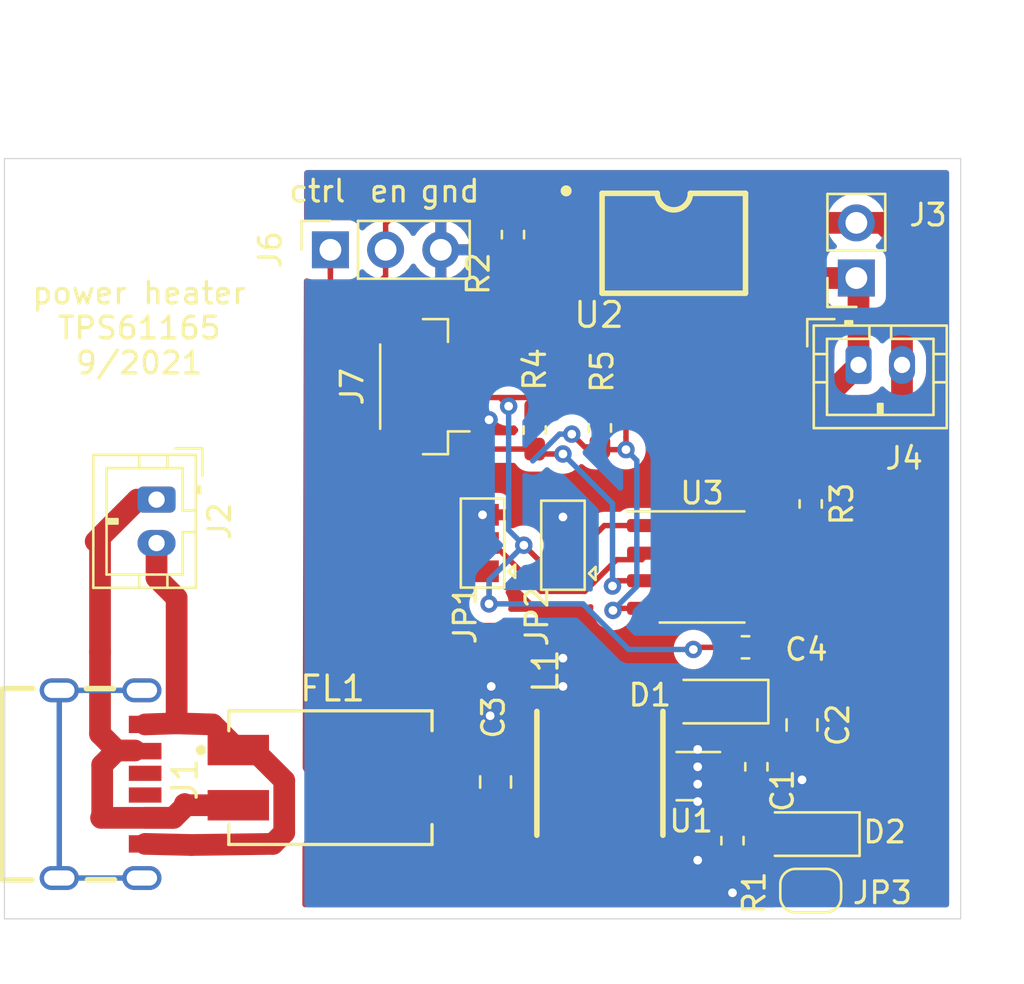
<source format=kicad_pcb>
(kicad_pcb (version 20171130) (host pcbnew "(5.1.5-0)")

  (general
    (thickness 1.6)
    (drawings 8)
    (tracks 205)
    (zones 0)
    (modules 25)
    (nets 22)
  )

  (page A4)
  (layers
    (0 F.Cu signal)
    (31 B.Cu signal)
    (32 B.Adhes user)
    (33 F.Adhes user)
    (34 B.Paste user)
    (35 F.Paste user)
    (36 B.SilkS user)
    (37 F.SilkS user)
    (38 B.Mask user)
    (39 F.Mask user)
    (40 Dwgs.User user)
    (41 Cmts.User user)
    (42 Eco1.User user)
    (43 Eco2.User user)
    (44 Edge.Cuts user)
    (45 Margin user)
    (46 B.CrtYd user)
    (47 F.CrtYd user)
    (48 B.Fab user)
    (49 F.Fab user)
  )

  (setup
    (last_trace_width 1)
    (user_trace_width 1)
    (trace_clearance 0.2)
    (zone_clearance 0.508)
    (zone_45_only no)
    (trace_min 0.2)
    (via_size 0.8)
    (via_drill 0.4)
    (via_min_size 0.4)
    (via_min_drill 0.3)
    (uvia_size 0.3)
    (uvia_drill 0.1)
    (uvias_allowed no)
    (uvia_min_size 0.2)
    (uvia_min_drill 0.1)
    (edge_width 0.05)
    (segment_width 0.2)
    (pcb_text_width 0.3)
    (pcb_text_size 1.5 1.5)
    (mod_edge_width 0.12)
    (mod_text_size 1 1)
    (mod_text_width 0.15)
    (pad_size 1.524 1.524)
    (pad_drill 0.762)
    (pad_to_mask_clearance 0.051)
    (solder_mask_min_width 0.25)
    (aux_axis_origin 0 0)
    (visible_elements FFFDFF7F)
    (pcbplotparams
      (layerselection 0x010fc_ffffffff)
      (usegerberextensions true)
      (usegerberattributes false)
      (usegerberadvancedattributes false)
      (creategerberjobfile false)
      (excludeedgelayer true)
      (linewidth 0.100000)
      (plotframeref false)
      (viasonmask false)
      (mode 1)
      (useauxorigin false)
      (hpglpennumber 1)
      (hpglpenspeed 20)
      (hpglpendiameter 15.000000)
      (psnegative false)
      (psa4output false)
      (plotreference true)
      (plotvalue false)
      (plotinvisibletext false)
      (padsonsilk false)
      (subtractmaskfromsilk true)
      (outputformat 1)
      (mirror false)
      (drillshape 0)
      (scaleselection 1)
      (outputdirectory "gerbers/v5/"))
  )

  (net 0 "")
  (net 1 GND)
  (net 2 "Net-(C1-Pad1)")
  (net 3 "Net-(C2-Pad1)")
  (net 4 +5VD)
  (net 5 "Net-(D1-Pad2)")
  (net 6 "Net-(FL1-Pad1)")
  (net 7 "Net-(FL1-Pad2)")
  (net 8 "Net-(J1-PadA5)")
  (net 9 "Net-(J1-PadB5)")
  (net 10 "Net-(J6-Pad1)")
  (net 11 "Net-(J3-Pad1)")
  (net 12 "Net-(J6-Pad2)")
  (net 13 "Net-(R2-Pad2)")
  (net 14 "Net-(J1-Pad0)")
  (net 15 "Net-(C4-Pad1)")
  (net 16 /scl)
  (net 17 /sda)
  (net 18 "Net-(JP2-Pad2)")
  (net 19 "Net-(JP1-Pad2)")
  (net 20 "Net-(D2-Pad2)")
  (net 21 "Net-(D2-Pad1)")

  (net_class Default "This is the default net class."
    (clearance 0.2)
    (trace_width 0.25)
    (via_dia 0.8)
    (via_drill 0.4)
    (uvia_dia 0.3)
    (uvia_drill 0.1)
    (add_net +5VD)
    (add_net /scl)
    (add_net /sda)
    (add_net GND)
    (add_net "Net-(C1-Pad1)")
    (add_net "Net-(C2-Pad1)")
    (add_net "Net-(C4-Pad1)")
    (add_net "Net-(D1-Pad2)")
    (add_net "Net-(D2-Pad1)")
    (add_net "Net-(D2-Pad2)")
    (add_net "Net-(FL1-Pad1)")
    (add_net "Net-(FL1-Pad2)")
    (add_net "Net-(J1-Pad0)")
    (add_net "Net-(J1-PadA5)")
    (add_net "Net-(J1-PadB5)")
    (add_net "Net-(J3-Pad1)")
    (add_net "Net-(J6-Pad1)")
    (add_net "Net-(J6-Pad2)")
    (add_net "Net-(JP1-Pad2)")
    (add_net "Net-(JP2-Pad2)")
    (add_net "Net-(R2-Pad2)")
  )

  (module 0my_footprints:USB-C-KoreanHroparts (layer F.Cu) (tedit 6130FF78) (tstamp 6131711A)
    (at 120.5 83.8 270)
    (descr "Korean Hroparts Elec TYPE-C-31-M-17")
    (path /6133BFA9)
    (attr smd)
    (fp_text reference J1 (at -1.3 -3.8 90) (layer F.SilkS)
      (effects (font (size 1.143 1.143) (thickness 0.152)) (justify right))
    )
    (fp_text value USB_C_KoreanHroparts_6P (at -11.8 -6 90) (layer F.Fab) hide
      (effects (font (size 1.143 1.143) (thickness 0.152)) (justify right))
    )
    (fp_line (start 4.4 -0.563) (end 4.4 0.677) (layer F.SilkS) (width 0.254))
    (fp_line (start -4.4 -0.515) (end -4.4 0.725) (layer F.SilkS) (width 0.254))
    (fp_line (start 4.409 4.576) (end 4.409 3.225) (layer F.SilkS) (width 0.254))
    (fp_line (start -4.4 4.575) (end -4.4 3.195) (layer F.SilkS) (width 0.254))
    (fp_line (start -4.41 4.575) (end 4.41 4.575) (layer F.SilkS) (width 0.254))
    (fp_poly (pts (xy -3.15 -2.724) (xy -2.35 -2.724) (xy -2.35 -1.226) (xy -3.15 -1.226)) (layer F.Paste) (width 0))
    (fp_poly (pts (xy -1.9 -2.724) (xy -1.14 -2.724) (xy -1.14 -1.226) (xy -1.9 -1.226)) (layer F.Paste) (width 0))
    (fp_poly (pts (xy -0.851 -2.724) (xy -0.15 -2.724) (xy -0.15 -1.226) (xy -0.851 -1.226)) (layer F.Paste) (width 0))
    (fp_poly (pts (xy 0.15 -2.724) (xy 0.851 -2.724) (xy 0.851 -1.226) (xy 0.15 -1.226)) (layer F.Paste) (width 0))
    (fp_poly (pts (xy 1.14 -2.724) (xy 1.9 -2.724) (xy 1.9 -1.226) (xy 1.14 -1.226)) (layer F.Paste) (width 0))
    (fp_poly (pts (xy 2.349 -2.724) (xy 3.15 -2.724) (xy 3.15 -1.226) (xy 2.349 -1.226)) (layer F.Paste) (width 0))
    (pad 0 thru_hole oval (at -4.32 1.975 270) (size 1.1 1.8) (drill oval 0.7 1.401) (layers *.Cu *.Paste *.Mask)
      (net 14 "Net-(J1-Pad0)"))
    (pad 0 thru_hole oval (at 4.32 1.975 270) (size 1.1 1.8) (drill oval 0.7 1.401) (layers *.Cu *.Paste *.Mask)
      (net 14 "Net-(J1-Pad0)"))
    (pad 0 thru_hole oval (at -4.32 -1.825 270) (size 1.1 1.8) (drill oval 0.7 1.401) (layers *.Cu *.Paste *.Mask)
      (net 14 "Net-(J1-Pad0)"))
    (pad 0 thru_hole oval (at 4.32 -1.825 270) (size 1.1 1.8) (drill oval 0.7 1.401) (layers *.Cu *.Paste *.Mask)
      (net 14 "Net-(J1-Pad0)"))
    (pad B12 smd rect (at -2.75 -1.975 270) (size 0.8 1.5) (layers F.Cu F.Paste F.Mask)
      (net 6 "Net-(FL1-Pad1)"))
    (pad B9 smd rect (at -1.52 -1.975 270) (size 0.76 1.5) (layers F.Cu F.Paste F.Mask)
      (net 7 "Net-(FL1-Pad2)"))
    (pad A5 smd rect (at -0.5 -1.975 270) (size 0.7 1.5) (layers F.Cu F.Paste F.Mask)
      (net 8 "Net-(J1-PadA5)"))
    (pad B5 smd rect (at 0.5 -1.975 270) (size 0.7 1.5) (layers F.Cu F.Paste F.Mask)
      (net 9 "Net-(J1-PadB5)"))
    (pad A9 smd rect (at 1.52 -1.975 270) (size 0.76 1.5) (layers F.Cu F.Paste F.Mask)
      (net 7 "Net-(FL1-Pad2)"))
    (pad A12 smd rect (at 2.75 -1.975 270) (size 0.8 1.5) (layers F.Cu F.Paste F.Mask)
      (net 6 "Net-(FL1-Pad1)"))
  )

  (module Resistor_SMD:R_0603_1608Metric_Pad1.05x0.95mm_HandSolder (layer F.Cu) (tedit 5B301BBD) (tstamp 6132415F)
    (at 153.1 70.9 270)
    (descr "Resistor SMD 0603 (1608 Metric), square (rectangular) end terminal, IPC_7351 nominal with elongated pad for handsoldering. (Body size source: http://www.tortai-tech.com/upload/download/2011102023233369053.pdf), generated with kicad-footprint-generator")
    (tags "resistor handsolder")
    (path /6138D70C)
    (attr smd)
    (fp_text reference R3 (at 0 -1.43 90) (layer F.SilkS)
      (effects (font (size 1 1) (thickness 0.15)))
    )
    (fp_text value 1 (at 0 1.43 90) (layer F.Fab)
      (effects (font (size 1 1) (thickness 0.15)))
    )
    (fp_text user %R (at 0 0 90) (layer F.Fab)
      (effects (font (size 0.4 0.4) (thickness 0.06)))
    )
    (fp_line (start 1.65 0.73) (end -1.65 0.73) (layer F.CrtYd) (width 0.05))
    (fp_line (start 1.65 -0.73) (end 1.65 0.73) (layer F.CrtYd) (width 0.05))
    (fp_line (start -1.65 -0.73) (end 1.65 -0.73) (layer F.CrtYd) (width 0.05))
    (fp_line (start -1.65 0.73) (end -1.65 -0.73) (layer F.CrtYd) (width 0.05))
    (fp_line (start -0.171267 0.51) (end 0.171267 0.51) (layer F.SilkS) (width 0.12))
    (fp_line (start -0.171267 -0.51) (end 0.171267 -0.51) (layer F.SilkS) (width 0.12))
    (fp_line (start 0.8 0.4) (end -0.8 0.4) (layer F.Fab) (width 0.1))
    (fp_line (start 0.8 -0.4) (end 0.8 0.4) (layer F.Fab) (width 0.1))
    (fp_line (start -0.8 -0.4) (end 0.8 -0.4) (layer F.Fab) (width 0.1))
    (fp_line (start -0.8 0.4) (end -0.8 -0.4) (layer F.Fab) (width 0.1))
    (pad 2 smd roundrect (at 0.875 0 270) (size 1.05 0.95) (layers F.Cu F.Paste F.Mask) (roundrect_rratio 0.25)
      (net 3 "Net-(C2-Pad1)"))
    (pad 1 smd roundrect (at -0.875 0 270) (size 1.05 0.95) (layers F.Cu F.Paste F.Mask) (roundrect_rratio 0.25)
      (net 11 "Net-(J3-Pad1)"))
    (model ${KISYS3DMOD}/Resistor_SMD.3dshapes/R_0603_1608Metric.wrl
      (at (xyz 0 0 0))
      (scale (xyz 1 1 1))
      (rotate (xyz 0 0 0))
    )
  )

  (module Package_SO:SOIC-8_3.9x4.9mm_P1.27mm (layer F.Cu) (tedit 5D9F72B1) (tstamp 6286B39A)
    (at 148.1 73.8)
    (descr "SOIC, 8 Pin (JEDEC MS-012AA, https://www.analog.com/media/en/package-pcb-resources/package/pkg_pdf/soic_narrow-r/r_8.pdf), generated with kicad-footprint-generator ipc_gullwing_generator.py")
    (tags "SOIC SO")
    (path /62879353)
    (attr smd)
    (fp_text reference U3 (at 0 -3.4) (layer F.SilkS)
      (effects (font (size 1 1) (thickness 0.15)))
    )
    (fp_text value INA219AxD (at 0 3.4) (layer F.Fab)
      (effects (font (size 1 1) (thickness 0.15)))
    )
    (fp_text user %R (at 0 0) (layer F.Fab)
      (effects (font (size 0.98 0.98) (thickness 0.15)))
    )
    (fp_line (start 3.7 -2.7) (end -3.7 -2.7) (layer F.CrtYd) (width 0.05))
    (fp_line (start 3.7 2.7) (end 3.7 -2.7) (layer F.CrtYd) (width 0.05))
    (fp_line (start -3.7 2.7) (end 3.7 2.7) (layer F.CrtYd) (width 0.05))
    (fp_line (start -3.7 -2.7) (end -3.7 2.7) (layer F.CrtYd) (width 0.05))
    (fp_line (start -1.95 -1.475) (end -0.975 -2.45) (layer F.Fab) (width 0.1))
    (fp_line (start -1.95 2.45) (end -1.95 -1.475) (layer F.Fab) (width 0.1))
    (fp_line (start 1.95 2.45) (end -1.95 2.45) (layer F.Fab) (width 0.1))
    (fp_line (start 1.95 -2.45) (end 1.95 2.45) (layer F.Fab) (width 0.1))
    (fp_line (start -0.975 -2.45) (end 1.95 -2.45) (layer F.Fab) (width 0.1))
    (fp_line (start 0 -2.56) (end -3.45 -2.56) (layer F.SilkS) (width 0.12))
    (fp_line (start 0 -2.56) (end 1.95 -2.56) (layer F.SilkS) (width 0.12))
    (fp_line (start 0 2.56) (end -1.95 2.56) (layer F.SilkS) (width 0.12))
    (fp_line (start 0 2.56) (end 1.95 2.56) (layer F.SilkS) (width 0.12))
    (pad 8 smd roundrect (at 2.475 -1.905) (size 1.95 0.6) (layers F.Cu F.Paste F.Mask) (roundrect_rratio 0.25)
      (net 3 "Net-(C2-Pad1)"))
    (pad 7 smd roundrect (at 2.475 -0.635) (size 1.95 0.6) (layers F.Cu F.Paste F.Mask) (roundrect_rratio 0.25)
      (net 11 "Net-(J3-Pad1)"))
    (pad 6 smd roundrect (at 2.475 0.635) (size 1.95 0.6) (layers F.Cu F.Paste F.Mask) (roundrect_rratio 0.25)
      (net 1 GND))
    (pad 5 smd roundrect (at 2.475 1.905) (size 1.95 0.6) (layers F.Cu F.Paste F.Mask) (roundrect_rratio 0.25)
      (net 15 "Net-(C4-Pad1)"))
    (pad 4 smd roundrect (at -2.475 1.905) (size 1.95 0.6) (layers F.Cu F.Paste F.Mask) (roundrect_rratio 0.25)
      (net 16 /scl))
    (pad 3 smd roundrect (at -2.475 0.635) (size 1.95 0.6) (layers F.Cu F.Paste F.Mask) (roundrect_rratio 0.25)
      (net 17 /sda))
    (pad 2 smd roundrect (at -2.475 -0.635) (size 1.95 0.6) (layers F.Cu F.Paste F.Mask) (roundrect_rratio 0.25)
      (net 19 "Net-(JP1-Pad2)"))
    (pad 1 smd roundrect (at -2.475 -1.905) (size 1.95 0.6) (layers F.Cu F.Paste F.Mask) (roundrect_rratio 0.25)
      (net 18 "Net-(JP2-Pad2)"))
    (model ${KISYS3DMOD}/Package_SO.3dshapes/SOIC-8_3.9x4.9mm_P1.27mm.wrl
      (at (xyz 0 0 0))
      (scale (xyz 1 1 1))
      (rotate (xyz 0 0 0))
    )
  )

  (module Jumper:SolderJumper-2_P1.3mm_Open_RoundedPad1.0x1.5mm (layer F.Cu) (tedit 5B391E66) (tstamp 6286B272)
    (at 153.1 88.7)
    (descr "SMD Solder Jumper, 1x1.5mm, rounded Pads, 0.3mm gap, open")
    (tags "solder jumper open")
    (path /628A29E9)
    (attr virtual)
    (fp_text reference JP3 (at 3.3 0.1) (layer F.SilkS)
      (effects (font (size 1 1) (thickness 0.15)))
    )
    (fp_text value Jumper_2_Open (at 0 1.9) (layer F.Fab)
      (effects (font (size 1 1) (thickness 0.15)))
    )
    (fp_line (start 1.65 1.25) (end -1.65 1.25) (layer F.CrtYd) (width 0.05))
    (fp_line (start 1.65 1.25) (end 1.65 -1.25) (layer F.CrtYd) (width 0.05))
    (fp_line (start -1.65 -1.25) (end -1.65 1.25) (layer F.CrtYd) (width 0.05))
    (fp_line (start -1.65 -1.25) (end 1.65 -1.25) (layer F.CrtYd) (width 0.05))
    (fp_line (start -0.7 -1) (end 0.7 -1) (layer F.SilkS) (width 0.12))
    (fp_line (start 1.4 -0.3) (end 1.4 0.3) (layer F.SilkS) (width 0.12))
    (fp_line (start 0.7 1) (end -0.7 1) (layer F.SilkS) (width 0.12))
    (fp_line (start -1.4 0.3) (end -1.4 -0.3) (layer F.SilkS) (width 0.12))
    (fp_arc (start -0.7 -0.3) (end -0.7 -1) (angle -90) (layer F.SilkS) (width 0.12))
    (fp_arc (start -0.7 0.3) (end -1.4 0.3) (angle -90) (layer F.SilkS) (width 0.12))
    (fp_arc (start 0.7 0.3) (end 0.7 1) (angle -90) (layer F.SilkS) (width 0.12))
    (fp_arc (start 0.7 -0.3) (end 1.4 -0.3) (angle -90) (layer F.SilkS) (width 0.12))
    (pad 2 smd custom (at 0.65 0) (size 1 0.5) (layers F.Cu F.Mask)
      (net 21 "Net-(D2-Pad1)") (zone_connect 2)
      (options (clearance outline) (anchor rect))
      (primitives
        (gr_circle (center 0 0.25) (end 0.5 0.25) (width 0))
        (gr_circle (center 0 -0.25) (end 0.5 -0.25) (width 0))
        (gr_poly (pts
           (xy 0 -0.75) (xy -0.5 -0.75) (xy -0.5 0.75) (xy 0 0.75)) (width 0))
      ))
    (pad 1 smd custom (at -0.65 0) (size 1 0.5) (layers F.Cu F.Mask)
      (net 20 "Net-(D2-Pad2)") (zone_connect 2)
      (options (clearance outline) (anchor rect))
      (primitives
        (gr_circle (center 0 0.25) (end 0.5 0.25) (width 0))
        (gr_circle (center 0 -0.25) (end 0.5 -0.25) (width 0))
        (gr_poly (pts
           (xy 0 -0.75) (xy 0.5 -0.75) (xy 0.5 0.75) (xy 0 0.75)) (width 0))
      ))
  )

  (module Diode_SMD:D_SOD-123 (layer F.Cu) (tedit 58645DC7) (tstamp 6286B078)
    (at 153.1 86.1 180)
    (descr SOD-123)
    (tags SOD-123)
    (path /6289D7DE)
    (attr smd)
    (fp_text reference D2 (at -3.4 0.1) (layer F.SilkS)
      (effects (font (size 1 1) (thickness 0.15)))
    )
    (fp_text value BZT52Bxx (at 0 2.1) (layer F.Fab)
      (effects (font (size 1 1) (thickness 0.15)))
    )
    (fp_line (start -2.25 -1) (end 1.65 -1) (layer F.SilkS) (width 0.12))
    (fp_line (start -2.25 1) (end 1.65 1) (layer F.SilkS) (width 0.12))
    (fp_line (start -2.35 -1.15) (end -2.35 1.15) (layer F.CrtYd) (width 0.05))
    (fp_line (start 2.35 1.15) (end -2.35 1.15) (layer F.CrtYd) (width 0.05))
    (fp_line (start 2.35 -1.15) (end 2.35 1.15) (layer F.CrtYd) (width 0.05))
    (fp_line (start -2.35 -1.15) (end 2.35 -1.15) (layer F.CrtYd) (width 0.05))
    (fp_line (start -1.4 -0.9) (end 1.4 -0.9) (layer F.Fab) (width 0.1))
    (fp_line (start 1.4 -0.9) (end 1.4 0.9) (layer F.Fab) (width 0.1))
    (fp_line (start 1.4 0.9) (end -1.4 0.9) (layer F.Fab) (width 0.1))
    (fp_line (start -1.4 0.9) (end -1.4 -0.9) (layer F.Fab) (width 0.1))
    (fp_line (start -0.75 0) (end -0.35 0) (layer F.Fab) (width 0.1))
    (fp_line (start -0.35 0) (end -0.35 -0.55) (layer F.Fab) (width 0.1))
    (fp_line (start -0.35 0) (end -0.35 0.55) (layer F.Fab) (width 0.1))
    (fp_line (start -0.35 0) (end 0.25 -0.4) (layer F.Fab) (width 0.1))
    (fp_line (start 0.25 -0.4) (end 0.25 0.4) (layer F.Fab) (width 0.1))
    (fp_line (start 0.25 0.4) (end -0.35 0) (layer F.Fab) (width 0.1))
    (fp_line (start 0.25 0) (end 0.75 0) (layer F.Fab) (width 0.1))
    (fp_line (start -2.25 -1) (end -2.25 1) (layer F.SilkS) (width 0.12))
    (fp_text user %R (at 0 -2) (layer F.Fab)
      (effects (font (size 1 1) (thickness 0.15)))
    )
    (pad 2 smd rect (at 1.65 0 180) (size 0.9 1.2) (layers F.Cu F.Paste F.Mask)
      (net 20 "Net-(D2-Pad2)"))
    (pad 1 smd rect (at -1.65 0 180) (size 0.9 1.2) (layers F.Cu F.Paste F.Mask)
      (net 21 "Net-(D2-Pad1)"))
    (model ${KISYS3DMOD}/Diode_SMD.3dshapes/D_SOD-123.wrl
      (at (xyz 0 0 0))
      (scale (xyz 1 1 1))
      (rotate (xyz 0 0 0))
    )
  )

  (module 0my_footprints:SMD-4_L4.6-W6.4-P2.54-LS10.0-BR (layer F.Cu) (tedit 613241AF) (tstamp 61322CEF)
    (at 146.8 58.9 180)
    (descr "Photmos footprint smd4")
    (path /61369742)
    (attr smd)
    (fp_text reference U2 (at 2.2 -3.3) (layer F.SilkS)
      (effects (font (size 1.143 1.143) (thickness 0.152)) (justify right))
    )
    (fp_text value KAQY212A (at -0.134 -4.452) (layer F.Fab) hide
      (effects (font (size 1.143 1.143) (thickness 0.152)) (justify right))
    )
    (fp_line (start -5 2.4) (end -5 -2.4) (layer F.CrtYd) (width 0.12))
    (fp_line (start 5 2.4) (end -5 2.4) (layer F.CrtYd) (width 0.12))
    (fp_line (start 5 -2.4) (end 5 2.4) (layer F.CrtYd) (width 0.12))
    (fp_line (start -5 -2.4) (end 5 -2.4) (layer F.CrtYd) (width 0.12))
    (fp_arc (start 5.461 1.27) (end 5.334 1.27) (angle 180) (layer Cmts.User) (width 0.254))
    (fp_circle (center 5.207 1.27) (end 5.507 1.27) (layer Cmts.User) (width 0.6))
    (fp_circle (center 4.953 2.413) (end 5.08 2.413) (layer F.SilkS) (width 0.254))
    (fp_arc (start 0 2.301) (end -0.762 2.3) (angle 180) (layer F.SilkS) (width 0.254))
    (fp_line (start -3.3 -2.3) (end 3.3 -2.3) (layer F.SilkS) (width 0.254))
    (fp_line (start -3.3 2.3) (end -3.3 -2.3) (layer F.SilkS) (width 0.254))
    (fp_line (start 3.3 -2.3) (end 3.3 2.3) (layer F.SilkS) (width 0.254))
    (fp_line (start -3.3 2.3) (end -0.762 2.3) (layer F.SilkS) (width 0.254))
    (fp_line (start 3.3 2.3) (end 0.762 2.3) (layer F.SilkS) (width 0.254))
    (pad 4 smd rect (at -4.876 1.27 180) (size 1.8 1.6) (layers F.Cu F.Paste F.Mask)
      (net 21 "Net-(D2-Pad1)"))
    (pad 3 smd rect (at -4.876 -1.27 180) (size 1.8 1.6) (layers F.Cu F.Paste F.Mask)
      (net 11 "Net-(J3-Pad1)"))
    (pad 2 smd rect (at 4.876 -1.27 180) (size 1.8 1.6) (layers F.Cu F.Paste F.Mask)
      (net 1 GND))
    (pad 1 smd rect (at 4.876 1.27 180) (size 1.8 1.6) (layers F.Cu F.Paste F.Mask)
      (net 13 "Net-(R2-Pad2)"))
  )

  (module 0my_footprints:IND-SMD_L4.7-W4.7 (layer F.Cu) (tedit 613240D8) (tstamp 61317387)
    (at 143.4 83.3 90)
    (path /61318B01)
    (attr smd)
    (fp_text reference L1 (at 3.6 -2.5 90) (layer F.SilkS)
      (effects (font (size 1.143 1.143) (thickness 0.152)) (justify left))
    )
    (fp_text value 10uH (at -8.5 -5.9 90) (layer F.Fab) hide
      (effects (font (size 1.143 1.143) (thickness 0.152)) (justify left))
    )
    (fp_line (start -2.4 2.4) (end -2.4 -2.4) (layer F.CrtYd) (width 0.12))
    (fp_line (start 2.4 2.4) (end -2.4 2.4) (layer F.CrtYd) (width 0.12))
    (fp_line (start 2.4 -2.4) (end 2.4 2.4) (layer F.CrtYd) (width 0.12))
    (fp_line (start -2.4 -2.4) (end 2.4 -2.4) (layer F.CrtYd) (width 0.12))
    (fp_line (start -2.85 -2.9) (end 2.85 -2.9) (layer F.SilkS) (width 0.254))
    (fp_line (start -2.85 2.9) (end 2.85 2.9) (layer F.SilkS) (width 0.254))
    (pad 2 smd rect (at 1.7 0 90) (size 2 5.3) (layers F.Cu F.Paste F.Mask)
      (net 5 "Net-(D1-Pad2)"))
    (pad 1 smd rect (at -1.7 0 90) (size 2 5.3) (layers F.Cu F.Paste F.Mask)
      (net 4 +5VD))
  )

  (module Jumper:SolderJumper-3_P1.3mm_Open_Pad1.0x1.5mm (layer F.Cu) (tedit 5A3F8BB2) (tstamp 61324961)
    (at 141.7 72.8 90)
    (descr "SMD Solder 3-pad Jumper, 1x1.5mm Pads, 0.3mm gap, open")
    (tags "solder jumper open")
    (path /613AB0FE)
    (attr virtual)
    (fp_text reference JP2 (at -3.3 -1.2 90) (layer F.SilkS)
      (effects (font (size 1 1) (thickness 0.15)))
    )
    (fp_text value Jumper_3_Open (at 0 2 90) (layer F.Fab)
      (effects (font (size 1 1) (thickness 0.15)))
    )
    (fp_line (start 2.3 1.25) (end -2.3 1.25) (layer F.CrtYd) (width 0.05))
    (fp_line (start 2.3 1.25) (end 2.3 -1.25) (layer F.CrtYd) (width 0.05))
    (fp_line (start -2.3 -1.25) (end -2.3 1.25) (layer F.CrtYd) (width 0.05))
    (fp_line (start -2.3 -1.25) (end 2.3 -1.25) (layer F.CrtYd) (width 0.05))
    (fp_line (start -2.05 -1) (end 2.05 -1) (layer F.SilkS) (width 0.12))
    (fp_line (start 2.05 -1) (end 2.05 1) (layer F.SilkS) (width 0.12))
    (fp_line (start 2.05 1) (end -2.05 1) (layer F.SilkS) (width 0.12))
    (fp_line (start -2.05 1) (end -2.05 -1) (layer F.SilkS) (width 0.12))
    (fp_line (start -1.3 1.2) (end -1.6 1.5) (layer F.SilkS) (width 0.12))
    (fp_line (start -1.6 1.5) (end -1 1.5) (layer F.SilkS) (width 0.12))
    (fp_line (start -1.3 1.2) (end -1 1.5) (layer F.SilkS) (width 0.12))
    (pad 1 smd rect (at -1.3 0 90) (size 1 1.5) (layers F.Cu F.Mask)
      (net 15 "Net-(C4-Pad1)"))
    (pad 2 smd rect (at 0 0 90) (size 1 1.5) (layers F.Cu F.Mask)
      (net 18 "Net-(JP2-Pad2)"))
    (pad 3 smd rect (at 1.3 0 90) (size 1 1.5) (layers F.Cu F.Mask)
      (net 1 GND))
  )

  (module Jumper:SolderJumper-3_P1.3mm_Open_Pad1.0x1.5mm (layer F.Cu) (tedit 5A3F8BB2) (tstamp 6132494F)
    (at 138 72.7 90)
    (descr "SMD Solder 3-pad Jumper, 1x1.5mm Pads, 0.3mm gap, open")
    (tags "solder jumper open")
    (path /613A9B87)
    (attr virtual)
    (fp_text reference JP1 (at -3.3 -0.8 90) (layer F.SilkS)
      (effects (font (size 1 1) (thickness 0.15)))
    )
    (fp_text value Jumper_3_Open (at 0 2 90) (layer F.Fab)
      (effects (font (size 1 1) (thickness 0.15)))
    )
    (fp_line (start 2.3 1.25) (end -2.3 1.25) (layer F.CrtYd) (width 0.05))
    (fp_line (start 2.3 1.25) (end 2.3 -1.25) (layer F.CrtYd) (width 0.05))
    (fp_line (start -2.3 -1.25) (end -2.3 1.25) (layer F.CrtYd) (width 0.05))
    (fp_line (start -2.3 -1.25) (end 2.3 -1.25) (layer F.CrtYd) (width 0.05))
    (fp_line (start -2.05 -1) (end 2.05 -1) (layer F.SilkS) (width 0.12))
    (fp_line (start 2.05 -1) (end 2.05 1) (layer F.SilkS) (width 0.12))
    (fp_line (start 2.05 1) (end -2.05 1) (layer F.SilkS) (width 0.12))
    (fp_line (start -2.05 1) (end -2.05 -1) (layer F.SilkS) (width 0.12))
    (fp_line (start -1.3 1.2) (end -1.6 1.5) (layer F.SilkS) (width 0.12))
    (fp_line (start -1.6 1.5) (end -1 1.5) (layer F.SilkS) (width 0.12))
    (fp_line (start -1.3 1.2) (end -1 1.5) (layer F.SilkS) (width 0.12))
    (pad 1 smd rect (at -1.3 0 90) (size 1 1.5) (layers F.Cu F.Mask)
      (net 15 "Net-(C4-Pad1)"))
    (pad 2 smd rect (at 0 0 90) (size 1 1.5) (layers F.Cu F.Mask)
      (net 19 "Net-(JP1-Pad2)"))
    (pad 3 smd rect (at 1.3 0 90) (size 1 1.5) (layers F.Cu F.Mask)
      (net 1 GND))
  )

  (module Resistor_SMD:R_0603_1608Metric_Pad1.05x0.95mm_HandSolder (layer F.Cu) (tedit 5B301BBD) (tstamp 61324181)
    (at 143.4 67.4 90)
    (descr "Resistor SMD 0603 (1608 Metric), square (rectangular) end terminal, IPC_7351 nominal with elongated pad for handsoldering. (Body size source: http://www.tortai-tech.com/upload/download/2011102023233369053.pdf), generated with kicad-footprint-generator")
    (tags "resistor handsolder")
    (path /613B6FB3)
    (attr smd)
    (fp_text reference R5 (at 2.6 0.1 90) (layer F.SilkS)
      (effects (font (size 1 1) (thickness 0.15)))
    )
    (fp_text value 4.99K (at 0 1.43 90) (layer F.Fab)
      (effects (font (size 1 1) (thickness 0.15)))
    )
    (fp_text user %R (at 0 0 90) (layer F.Fab)
      (effects (font (size 0.4 0.4) (thickness 0.06)))
    )
    (fp_line (start 1.65 0.73) (end -1.65 0.73) (layer F.CrtYd) (width 0.05))
    (fp_line (start 1.65 -0.73) (end 1.65 0.73) (layer F.CrtYd) (width 0.05))
    (fp_line (start -1.65 -0.73) (end 1.65 -0.73) (layer F.CrtYd) (width 0.05))
    (fp_line (start -1.65 0.73) (end -1.65 -0.73) (layer F.CrtYd) (width 0.05))
    (fp_line (start -0.171267 0.51) (end 0.171267 0.51) (layer F.SilkS) (width 0.12))
    (fp_line (start -0.171267 -0.51) (end 0.171267 -0.51) (layer F.SilkS) (width 0.12))
    (fp_line (start 0.8 0.4) (end -0.8 0.4) (layer F.Fab) (width 0.1))
    (fp_line (start 0.8 -0.4) (end 0.8 0.4) (layer F.Fab) (width 0.1))
    (fp_line (start -0.8 -0.4) (end 0.8 -0.4) (layer F.Fab) (width 0.1))
    (fp_line (start -0.8 0.4) (end -0.8 -0.4) (layer F.Fab) (width 0.1))
    (pad 2 smd roundrect (at 0.875 0 90) (size 1.05 0.95) (layers F.Cu F.Paste F.Mask) (roundrect_rratio 0.25)
      (net 15 "Net-(C4-Pad1)"))
    (pad 1 smd roundrect (at -0.875 0 90) (size 1.05 0.95) (layers F.Cu F.Paste F.Mask) (roundrect_rratio 0.25)
      (net 16 /scl))
    (model ${KISYS3DMOD}/Resistor_SMD.3dshapes/R_0603_1608Metric.wrl
      (at (xyz 0 0 0))
      (scale (xyz 1 1 1))
      (rotate (xyz 0 0 0))
    )
  )

  (module Resistor_SMD:R_0603_1608Metric_Pad1.05x0.95mm_HandSolder (layer F.Cu) (tedit 5B301BBD) (tstamp 61324170)
    (at 140.4 67.5 90)
    (descr "Resistor SMD 0603 (1608 Metric), square (rectangular) end terminal, IPC_7351 nominal with elongated pad for handsoldering. (Body size source: http://www.tortai-tech.com/upload/download/2011102023233369053.pdf), generated with kicad-footprint-generator")
    (tags "resistor handsolder")
    (path /613B5BC0)
    (attr smd)
    (fp_text reference R4 (at 2.8 0 90) (layer F.SilkS)
      (effects (font (size 1 1) (thickness 0.15)))
    )
    (fp_text value 4.99K (at 0 1.43 90) (layer F.Fab)
      (effects (font (size 1 1) (thickness 0.15)))
    )
    (fp_text user %R (at 0 0 90) (layer F.Fab)
      (effects (font (size 0.4 0.4) (thickness 0.06)))
    )
    (fp_line (start 1.65 0.73) (end -1.65 0.73) (layer F.CrtYd) (width 0.05))
    (fp_line (start 1.65 -0.73) (end 1.65 0.73) (layer F.CrtYd) (width 0.05))
    (fp_line (start -1.65 -0.73) (end 1.65 -0.73) (layer F.CrtYd) (width 0.05))
    (fp_line (start -1.65 0.73) (end -1.65 -0.73) (layer F.CrtYd) (width 0.05))
    (fp_line (start -0.171267 0.51) (end 0.171267 0.51) (layer F.SilkS) (width 0.12))
    (fp_line (start -0.171267 -0.51) (end 0.171267 -0.51) (layer F.SilkS) (width 0.12))
    (fp_line (start 0.8 0.4) (end -0.8 0.4) (layer F.Fab) (width 0.1))
    (fp_line (start 0.8 -0.4) (end 0.8 0.4) (layer F.Fab) (width 0.1))
    (fp_line (start -0.8 -0.4) (end 0.8 -0.4) (layer F.Fab) (width 0.1))
    (fp_line (start -0.8 0.4) (end -0.8 -0.4) (layer F.Fab) (width 0.1))
    (pad 2 smd roundrect (at 0.875 0 90) (size 1.05 0.95) (layers F.Cu F.Paste F.Mask) (roundrect_rratio 0.25)
      (net 15 "Net-(C4-Pad1)"))
    (pad 1 smd roundrect (at -0.875 0 90) (size 1.05 0.95) (layers F.Cu F.Paste F.Mask) (roundrect_rratio 0.25)
      (net 17 /sda))
    (model ${KISYS3DMOD}/Resistor_SMD.3dshapes/R_0603_1608Metric.wrl
      (at (xyz 0 0 0))
      (scale (xyz 1 1 1))
      (rotate (xyz 0 0 0))
    )
  )

  (module Connector_JST:JST_SH_BM04B-SRSS-TB_1x04-1MP_P1.00mm_Vertical (layer F.Cu) (tedit 601EC7F3) (tstamp 61324100)
    (at 135.3 65.5 90)
    (descr "JST SH series connector, BM04B-SRSS-TB (http://www.jst-mfg.com/product/pdf/eng/eSH.pdf), generated with kicad-footprint-generator")
    (tags "connector JST SH side entry")
    (path /6139A82F)
    (attr smd)
    (fp_text reference J7 (at 0 -3.3 90) (layer F.SilkS)
      (effects (font (size 1 1) (thickness 0.15)))
    )
    (fp_text value A1001WV-S-04P (at 0 3.3 90) (layer F.Fab)
      (effects (font (size 1 1) (thickness 0.15)))
    )
    (fp_text user %R (at 0 -0.25 90) (layer F.Fab)
      (effects (font (size 1 1) (thickness 0.15)))
    )
    (fp_line (start -1.5 0.292893) (end -1 1) (layer F.Fab) (width 0.1))
    (fp_line (start -2 1) (end -1.5 0.292893) (layer F.Fab) (width 0.1))
    (fp_line (start 3.9 -2.6) (end -3.9 -2.6) (layer F.CrtYd) (width 0.05))
    (fp_line (start 3.9 2.6) (end 3.9 -2.6) (layer F.CrtYd) (width 0.05))
    (fp_line (start -3.9 2.6) (end 3.9 2.6) (layer F.CrtYd) (width 0.05))
    (fp_line (start -3.9 -2.6) (end -3.9 2.6) (layer F.CrtYd) (width 0.05))
    (fp_line (start 1.65 -1.55) (end 1.35 -1.55) (layer F.Fab) (width 0.1))
    (fp_line (start 1.65 -0.95) (end 1.65 -1.55) (layer F.Fab) (width 0.1))
    (fp_line (start 1.35 -0.95) (end 1.65 -0.95) (layer F.Fab) (width 0.1))
    (fp_line (start 1.35 -1.55) (end 1.35 -0.95) (layer F.Fab) (width 0.1))
    (fp_line (start 0.65 -1.55) (end 0.35 -1.55) (layer F.Fab) (width 0.1))
    (fp_line (start 0.65 -0.95) (end 0.65 -1.55) (layer F.Fab) (width 0.1))
    (fp_line (start 0.35 -0.95) (end 0.65 -0.95) (layer F.Fab) (width 0.1))
    (fp_line (start 0.35 -1.55) (end 0.35 -0.95) (layer F.Fab) (width 0.1))
    (fp_line (start -0.35 -1.55) (end -0.65 -1.55) (layer F.Fab) (width 0.1))
    (fp_line (start -0.35 -0.95) (end -0.35 -1.55) (layer F.Fab) (width 0.1))
    (fp_line (start -0.65 -0.95) (end -0.35 -0.95) (layer F.Fab) (width 0.1))
    (fp_line (start -0.65 -1.55) (end -0.65 -0.95) (layer F.Fab) (width 0.1))
    (fp_line (start -1.35 -1.55) (end -1.65 -1.55) (layer F.Fab) (width 0.1))
    (fp_line (start -1.35 -0.95) (end -1.35 -1.55) (layer F.Fab) (width 0.1))
    (fp_line (start -1.65 -0.95) (end -1.35 -0.95) (layer F.Fab) (width 0.1))
    (fp_line (start -1.65 -1.55) (end -1.65 -0.95) (layer F.Fab) (width 0.1))
    (fp_line (start 3 1) (end 3 -1.9) (layer F.Fab) (width 0.1))
    (fp_line (start -3 1) (end -3 -1.9) (layer F.Fab) (width 0.1))
    (fp_line (start -3 -1.9) (end 3 -1.9) (layer F.Fab) (width 0.1))
    (fp_line (start -1.94 -2.01) (end 1.94 -2.01) (layer F.SilkS) (width 0.12))
    (fp_line (start 3.11 1.11) (end 2.06 1.11) (layer F.SilkS) (width 0.12))
    (fp_line (start 3.11 -0.04) (end 3.11 1.11) (layer F.SilkS) (width 0.12))
    (fp_line (start -2.06 1.11) (end -2.06 2.1) (layer F.SilkS) (width 0.12))
    (fp_line (start -3.11 1.11) (end -2.06 1.11) (layer F.SilkS) (width 0.12))
    (fp_line (start -3.11 -0.04) (end -3.11 1.11) (layer F.SilkS) (width 0.12))
    (fp_line (start -3 1) (end 3 1) (layer F.Fab) (width 0.1))
    (pad MP smd roundrect (at 2.8 -1.2 90) (size 1.2 1.8) (layers F.Cu F.Paste F.Mask) (roundrect_rratio 0.208333))
    (pad MP smd roundrect (at -2.8 -1.2 90) (size 1.2 1.8) (layers F.Cu F.Paste F.Mask) (roundrect_rratio 0.208333))
    (pad 4 smd roundrect (at 1.5 1.325 90) (size 0.6 1.55) (layers F.Cu F.Paste F.Mask) (roundrect_rratio 0.25)
      (net 16 /scl))
    (pad 3 smd roundrect (at 0.5 1.325 90) (size 0.6 1.55) (layers F.Cu F.Paste F.Mask) (roundrect_rratio 0.25)
      (net 17 /sda))
    (pad 2 smd roundrect (at -0.5 1.325 90) (size 0.6 1.55) (layers F.Cu F.Paste F.Mask) (roundrect_rratio 0.25)
      (net 15 "Net-(C4-Pad1)"))
    (pad 1 smd roundrect (at -1.5 1.325 90) (size 0.6 1.55) (layers F.Cu F.Paste F.Mask) (roundrect_rratio 0.25)
      (net 1 GND))
    (model ${KISYS3DMOD}/Connector_JST.3dshapes/JST_SH_BM04B-SRSS-TB_1x04-1MP_P1.00mm_Vertical.wrl
      (offset (xyz 0 1.2 0))
      (scale (xyz 1 1 1))
      (rotate (xyz 90 0 0))
    )
  )

  (module Capacitor_SMD:C_0603_1608Metric_Pad1.05x0.95mm_HandSolder (layer F.Cu) (tedit 5B301BBE) (tstamp 61323F2B)
    (at 150.1 77.5)
    (descr "Capacitor SMD 0603 (1608 Metric), square (rectangular) end terminal, IPC_7351 nominal with elongated pad for handsoldering. (Body size source: http://www.tortai-tech.com/upload/download/2011102023233369053.pdf), generated with kicad-footprint-generator")
    (tags "capacitor handsolder")
    (path /613B00EC)
    (attr smd)
    (fp_text reference C4 (at 2.8 0.1) (layer F.SilkS)
      (effects (font (size 1 1) (thickness 0.15)))
    )
    (fp_text value 100nF (at 0 1.43) (layer F.Fab)
      (effects (font (size 1 1) (thickness 0.15)))
    )
    (fp_text user %R (at 0 0) (layer F.Fab)
      (effects (font (size 0.4 0.4) (thickness 0.06)))
    )
    (fp_line (start 1.65 0.73) (end -1.65 0.73) (layer F.CrtYd) (width 0.05))
    (fp_line (start 1.65 -0.73) (end 1.65 0.73) (layer F.CrtYd) (width 0.05))
    (fp_line (start -1.65 -0.73) (end 1.65 -0.73) (layer F.CrtYd) (width 0.05))
    (fp_line (start -1.65 0.73) (end -1.65 -0.73) (layer F.CrtYd) (width 0.05))
    (fp_line (start -0.171267 0.51) (end 0.171267 0.51) (layer F.SilkS) (width 0.12))
    (fp_line (start -0.171267 -0.51) (end 0.171267 -0.51) (layer F.SilkS) (width 0.12))
    (fp_line (start 0.8 0.4) (end -0.8 0.4) (layer F.Fab) (width 0.1))
    (fp_line (start 0.8 -0.4) (end 0.8 0.4) (layer F.Fab) (width 0.1))
    (fp_line (start -0.8 -0.4) (end 0.8 -0.4) (layer F.Fab) (width 0.1))
    (fp_line (start -0.8 0.4) (end -0.8 -0.4) (layer F.Fab) (width 0.1))
    (pad 2 smd roundrect (at 0.875 0) (size 1.05 0.95) (layers F.Cu F.Paste F.Mask) (roundrect_rratio 0.25)
      (net 1 GND))
    (pad 1 smd roundrect (at -0.875 0) (size 1.05 0.95) (layers F.Cu F.Paste F.Mask) (roundrect_rratio 0.25)
      (net 15 "Net-(C4-Pad1)"))
    (model ${KISYS3DMOD}/Capacitor_SMD.3dshapes/C_0603_1608Metric.wrl
      (at (xyz 0 0 0))
      (scale (xyz 1 1 1))
      (rotate (xyz 0 0 0))
    )
  )

  (module Resistor_SMD:R_0603_1608Metric_Pad1.05x0.95mm_HandSolder (layer F.Cu) (tedit 5B301BBD) (tstamp 61322CAE)
    (at 139.4 58.5 90)
    (descr "Resistor SMD 0603 (1608 Metric), square (rectangular) end terminal, IPC_7351 nominal with elongated pad for handsoldering. (Body size source: http://www.tortai-tech.com/upload/download/2011102023233369053.pdf), generated with kicad-footprint-generator")
    (tags "resistor handsolder")
    (path /61380CBC)
    (attr smd)
    (fp_text reference R2 (at -1.8 -1.6 90) (layer F.SilkS)
      (effects (font (size 1 1) (thickness 0.15)))
    )
    (fp_text value 390 (at 0 1.43 90) (layer F.Fab)
      (effects (font (size 1 1) (thickness 0.15)))
    )
    (fp_text user %R (at 0 0 90) (layer F.Fab)
      (effects (font (size 0.4 0.4) (thickness 0.06)))
    )
    (fp_line (start 1.65 0.73) (end -1.65 0.73) (layer F.CrtYd) (width 0.05))
    (fp_line (start 1.65 -0.73) (end 1.65 0.73) (layer F.CrtYd) (width 0.05))
    (fp_line (start -1.65 -0.73) (end 1.65 -0.73) (layer F.CrtYd) (width 0.05))
    (fp_line (start -1.65 0.73) (end -1.65 -0.73) (layer F.CrtYd) (width 0.05))
    (fp_line (start -0.171267 0.51) (end 0.171267 0.51) (layer F.SilkS) (width 0.12))
    (fp_line (start -0.171267 -0.51) (end 0.171267 -0.51) (layer F.SilkS) (width 0.12))
    (fp_line (start 0.8 0.4) (end -0.8 0.4) (layer F.Fab) (width 0.1))
    (fp_line (start 0.8 -0.4) (end 0.8 0.4) (layer F.Fab) (width 0.1))
    (fp_line (start -0.8 -0.4) (end 0.8 -0.4) (layer F.Fab) (width 0.1))
    (fp_line (start -0.8 0.4) (end -0.8 -0.4) (layer F.Fab) (width 0.1))
    (pad 2 smd roundrect (at 0.875 0 90) (size 1.05 0.95) (layers F.Cu F.Paste F.Mask) (roundrect_rratio 0.25)
      (net 13 "Net-(R2-Pad2)"))
    (pad 1 smd roundrect (at -0.875 0 90) (size 1.05 0.95) (layers F.Cu F.Paste F.Mask) (roundrect_rratio 0.25)
      (net 12 "Net-(J6-Pad2)"))
    (model ${KISYS3DMOD}/Resistor_SMD.3dshapes/R_0603_1608Metric.wrl
      (at (xyz 0 0 0))
      (scale (xyz 1 1 1))
      (rotate (xyz 0 0 0))
    )
  )

  (module Connector_PinSocket_2.54mm:PinSocket_1x03_P2.54mm_Vertical (layer F.Cu) (tedit 5A19A429) (tstamp 61318144)
    (at 131 59.2 90)
    (descr "Through hole straight socket strip, 1x03, 2.54mm pitch, single row (from Kicad 4.0.7), script generated")
    (tags "Through hole socket strip THT 1x03 2.54mm single row")
    (path /61362864)
    (attr smd)
    (fp_text reference J6 (at 0 -2.77 90) (layer F.SilkS)
      (effects (font (size 1 1) (thickness 0.15)))
    )
    (fp_text value Conn_01x03_Female (at 0 7.85 90) (layer F.Fab)
      (effects (font (size 1 1) (thickness 0.15)))
    )
    (fp_text user %R (at 0 2.54) (layer F.Fab)
      (effects (font (size 1 1) (thickness 0.15)))
    )
    (fp_line (start -1.8 6.85) (end -1.8 -1.8) (layer F.CrtYd) (width 0.05))
    (fp_line (start 1.75 6.85) (end -1.8 6.85) (layer F.CrtYd) (width 0.05))
    (fp_line (start 1.75 -1.8) (end 1.75 6.85) (layer F.CrtYd) (width 0.05))
    (fp_line (start -1.8 -1.8) (end 1.75 -1.8) (layer F.CrtYd) (width 0.05))
    (fp_line (start 0 -1.33) (end 1.33 -1.33) (layer F.SilkS) (width 0.12))
    (fp_line (start 1.33 -1.33) (end 1.33 0) (layer F.SilkS) (width 0.12))
    (fp_line (start 1.33 1.27) (end 1.33 6.41) (layer F.SilkS) (width 0.12))
    (fp_line (start -1.33 6.41) (end 1.33 6.41) (layer F.SilkS) (width 0.12))
    (fp_line (start -1.33 1.27) (end -1.33 6.41) (layer F.SilkS) (width 0.12))
    (fp_line (start -1.33 1.27) (end 1.33 1.27) (layer F.SilkS) (width 0.12))
    (fp_line (start -1.27 6.35) (end -1.27 -1.27) (layer F.Fab) (width 0.1))
    (fp_line (start 1.27 6.35) (end -1.27 6.35) (layer F.Fab) (width 0.1))
    (fp_line (start 1.27 -0.635) (end 1.27 6.35) (layer F.Fab) (width 0.1))
    (fp_line (start 0.635 -1.27) (end 1.27 -0.635) (layer F.Fab) (width 0.1))
    (fp_line (start -1.27 -1.27) (end 0.635 -1.27) (layer F.Fab) (width 0.1))
    (pad 3 thru_hole oval (at 0 5.08 90) (size 1.7 1.7) (drill 1) (layers *.Cu *.Mask)
      (net 1 GND))
    (pad 2 thru_hole oval (at 0 2.54 90) (size 1.7 1.7) (drill 1) (layers *.Cu *.Mask)
      (net 12 "Net-(J6-Pad2)"))
    (pad 1 thru_hole rect (at 0 0 90) (size 1.7 1.7) (drill 1) (layers *.Cu *.Mask)
      (net 10 "Net-(J6-Pad1)"))
    (model ${KISYS3DMOD}/Connector_PinSocket_2.54mm.3dshapes/PinSocket_1x03_P2.54mm_Vertical.wrl
      (at (xyz 0 0 0))
      (scale (xyz 1 1 1))
      (rotate (xyz 0 0 0))
    )
  )

  (module 0my_footprints:LL_FILTER-SMD_4P-L9.2-W6.0-TL (layer F.Cu) (tedit 61311A30) (tstamp 613173D8)
    (at 131 83.5)
    (descr CYSCM0905RTL-501)
    (tags "common mode filter")
    (path /6133D3E1)
    (attr smd)
    (fp_text reference FL1 (at -1.5 -4.1) (layer F.SilkS)
      (effects (font (size 1.143 1.143) (thickness 0.152)) (justify left))
    )
    (fp_text value EMI_Filter_LL (at -13.4 -6.1) (layer F.Fab) hide
      (effects (font (size 1.143 1.143) (thickness 0.152)) (justify left))
    )
    (fp_circle (center -4.9 -1.27) (end -4.775 -1.27) (layer Cmts.User) (width 0.25))
    (fp_circle (center -5.95 -1.27) (end -5.825 -1.27) (layer F.SilkS) (width 0.25))
    (fp_line (start 4.676 3.076) (end 4.676 2.16) (layer F.SilkS) (width 0.152))
    (fp_line (start 4.676 3.076) (end 4.676 3.076) (layer F.SilkS) (width 0.152))
    (fp_line (start -4.676 3.076) (end 4.676 3.076) (layer F.SilkS) (width 0.152))
    (fp_line (start -4.676 3.076) (end -4.676 3.076) (layer F.SilkS) (width 0.152))
    (fp_line (start -4.676 2.16) (end -4.676 3.076) (layer F.SilkS) (width 0.152))
    (fp_line (start 4.676 -3.076) (end 4.676 -2.16) (layer F.SilkS) (width 0.152))
    (fp_line (start 4.676 -3.076) (end 4.676 -3.076) (layer F.SilkS) (width 0.152))
    (fp_line (start -4.676 -3.076) (end 4.676 -3.076) (layer F.SilkS) (width 0.152))
    (fp_line (start -4.676 -3.076) (end -4.676 -3.076) (layer F.SilkS) (width 0.152))
    (fp_line (start -4.676 -2.16) (end -4.676 -3.076) (layer F.SilkS) (width 0.152))
    (pad 4 smd rect (at 4.237 -1.27) (size 2.825 1.4) (layers F.Cu F.Paste F.Mask)
      (net 1 GND))
    (pad 3 smd rect (at 4.237 1.27) (size 2.825 1.4) (layers F.Cu F.Paste F.Mask)
      (net 4 +5VD))
    (pad 2 smd rect (at -4.237 1.27) (size 2.825 1.4) (layers F.Cu F.Paste F.Mask)
      (net 7 "Net-(FL1-Pad2)"))
    (pad 1 smd rect (at -4.237 -1.27) (size 2.825 1.4) (layers F.Cu F.Paste F.Mask)
      (net 6 "Net-(FL1-Pad1)"))
  )

  (module Package_SON:WSON-6-1EP_2x2mm_P0.65mm_EP1x1.6mm (layer F.Cu) (tedit 5DC5FB10) (tstamp 61317350)
    (at 147.93 83.43 180)
    (descr "WSON, 6 Pin (http://www.ti.com/lit/ds/symlink/tps61040.pdf#page=35), generated with kicad-footprint-generator ipc_noLead_generator.py")
    (tags "WSON NoLead")
    (path /61311BD9)
    (attr smd)
    (fp_text reference U1 (at 0.33 -2.07) (layer F.SilkS)
      (effects (font (size 1 1) (thickness 0.15)))
    )
    (fp_text value TPS61165 (at 0 1.95) (layer F.Fab)
      (effects (font (size 1 1) (thickness 0.15)))
    )
    (fp_text user %R (at 0 0) (layer F.Fab)
      (effects (font (size 0.5 0.5) (thickness 0.08)))
    )
    (fp_line (start 1.32 -1.25) (end -1.32 -1.25) (layer F.CrtYd) (width 0.05))
    (fp_line (start 1.32 1.25) (end 1.32 -1.25) (layer F.CrtYd) (width 0.05))
    (fp_line (start -1.32 1.25) (end 1.32 1.25) (layer F.CrtYd) (width 0.05))
    (fp_line (start -1.32 -1.25) (end -1.32 1.25) (layer F.CrtYd) (width 0.05))
    (fp_line (start -1 -0.5) (end -0.5 -1) (layer F.Fab) (width 0.1))
    (fp_line (start -1 1) (end -1 -0.5) (layer F.Fab) (width 0.1))
    (fp_line (start 1 1) (end -1 1) (layer F.Fab) (width 0.1))
    (fp_line (start 1 -1) (end 1 1) (layer F.Fab) (width 0.1))
    (fp_line (start -0.5 -1) (end 1 -1) (layer F.Fab) (width 0.1))
    (fp_line (start -1 1.11) (end 1 1.11) (layer F.SilkS) (width 0.12))
    (fp_line (start 0 -1.11) (end 1 -1.11) (layer F.SilkS) (width 0.12))
    (pad "" smd roundrect (at 0 0.4 180) (size 0.81 0.64) (layers F.Paste) (roundrect_rratio 0.25))
    (pad "" smd roundrect (at 0 -0.4 180) (size 0.81 0.64) (layers F.Paste) (roundrect_rratio 0.25))
    (pad 7 smd rect (at 0 0 180) (size 1 1.6) (layers F.Cu F.Mask)
      (net 1 GND))
    (pad 6 smd roundrect (at 0.8875 -0.65 180) (size 0.375 0.4) (layers F.Cu F.Paste F.Mask) (roundrect_rratio 0.25)
      (net 4 +5VD))
    (pad 5 smd roundrect (at 0.8875 0 180) (size 0.375 0.4) (layers F.Cu F.Paste F.Mask) (roundrect_rratio 0.25)
      (net 10 "Net-(J6-Pad1)"))
    (pad 4 smd roundrect (at 0.8875 0.65 180) (size 0.375 0.4) (layers F.Cu F.Paste F.Mask) (roundrect_rratio 0.25)
      (net 5 "Net-(D1-Pad2)"))
    (pad 3 smd roundrect (at -0.8875 0.65 180) (size 0.375 0.4) (layers F.Cu F.Paste F.Mask) (roundrect_rratio 0.25)
      (net 1 GND))
    (pad 2 smd roundrect (at -0.8875 0 180) (size 0.375 0.4) (layers F.Cu F.Paste F.Mask) (roundrect_rratio 0.25)
      (net 2 "Net-(C1-Pad1)"))
    (pad 1 smd roundrect (at -0.8875 -0.65 180) (size 0.375 0.4) (layers F.Cu F.Paste F.Mask) (roundrect_rratio 0.25)
      (net 20 "Net-(D2-Pad2)"))
    (model ${KISYS3DMOD}/Package_SON.3dshapes/WSON-6-1EP_2x2mm_P0.65mm_EP1x1.6mm.wrl
      (at (xyz 0 0 0))
      (scale (xyz 1 1 1))
      (rotate (xyz 0 0 0))
    )
  )

  (module Resistor_SMD:R_0603_1608Metric_Pad1.05x0.95mm_HandSolder (layer F.Cu) (tedit 5B301BBD) (tstamp 613173A5)
    (at 149.5 86.4 270)
    (descr "Resistor SMD 0603 (1608 Metric), square (rectangular) end terminal, IPC_7351 nominal with elongated pad for handsoldering. (Body size source: http://www.tortai-tech.com/upload/download/2011102023233369053.pdf), generated with kicad-footprint-generator")
    (tags "resistor handsolder")
    (path /6132DBA7)
    (attr smd)
    (fp_text reference R1 (at 2.4 -1 90) (layer F.SilkS)
      (effects (font (size 1 1) (thickness 0.15)))
    )
    (fp_text value 1 (at 0 1.43 90) (layer F.Fab)
      (effects (font (size 1 1) (thickness 0.15)))
    )
    (fp_text user %R (at 0 0 90) (layer F.Fab)
      (effects (font (size 0.4 0.4) (thickness 0.06)))
    )
    (fp_line (start 1.65 0.73) (end -1.65 0.73) (layer F.CrtYd) (width 0.05))
    (fp_line (start 1.65 -0.73) (end 1.65 0.73) (layer F.CrtYd) (width 0.05))
    (fp_line (start -1.65 -0.73) (end 1.65 -0.73) (layer F.CrtYd) (width 0.05))
    (fp_line (start -1.65 0.73) (end -1.65 -0.73) (layer F.CrtYd) (width 0.05))
    (fp_line (start -0.171267 0.51) (end 0.171267 0.51) (layer F.SilkS) (width 0.12))
    (fp_line (start -0.171267 -0.51) (end 0.171267 -0.51) (layer F.SilkS) (width 0.12))
    (fp_line (start 0.8 0.4) (end -0.8 0.4) (layer F.Fab) (width 0.1))
    (fp_line (start 0.8 -0.4) (end 0.8 0.4) (layer F.Fab) (width 0.1))
    (fp_line (start -0.8 -0.4) (end 0.8 -0.4) (layer F.Fab) (width 0.1))
    (fp_line (start -0.8 0.4) (end -0.8 -0.4) (layer F.Fab) (width 0.1))
    (pad 2 smd roundrect (at 0.875 0 270) (size 1.05 0.95) (layers F.Cu F.Paste F.Mask) (roundrect_rratio 0.25)
      (net 1 GND))
    (pad 1 smd roundrect (at -0.875 0 270) (size 1.05 0.95) (layers F.Cu F.Paste F.Mask) (roundrect_rratio 0.25)
      (net 20 "Net-(D2-Pad2)"))
    (model ${KISYS3DMOD}/Resistor_SMD.3dshapes/R_0603_1608Metric.wrl
      (at (xyz 0 0 0))
      (scale (xyz 1 1 1))
      (rotate (xyz 0 0 0))
    )
  )

  (module Connector_JST:JST_PH_B2B-PH-K_1x02_P2.00mm_Vertical (layer F.Cu) (tedit 5B7745C2) (tstamp 61315599)
    (at 155.3 64.5)
    (descr "JST PH series connector, B2B-PH-K (http://www.jst-mfg.com/product/pdf/eng/ePH.pdf), generated with kicad-footprint-generator")
    (tags "connector JST PH side entry")
    (path /6134B6D1)
    (attr smd)
    (fp_text reference J4 (at 2.1 4.3) (layer F.SilkS)
      (effects (font (size 1 1) (thickness 0.15)))
    )
    (fp_text value A2001WV-2P (at 1 4) (layer F.Fab)
      (effects (font (size 1 1) (thickness 0.15)))
    )
    (fp_text user %R (at 1 1.5) (layer F.Fab)
      (effects (font (size 1 1) (thickness 0.15)))
    )
    (fp_line (start 4.45 -2.2) (end -2.45 -2.2) (layer F.CrtYd) (width 0.05))
    (fp_line (start 4.45 3.3) (end 4.45 -2.2) (layer F.CrtYd) (width 0.05))
    (fp_line (start -2.45 3.3) (end 4.45 3.3) (layer F.CrtYd) (width 0.05))
    (fp_line (start -2.45 -2.2) (end -2.45 3.3) (layer F.CrtYd) (width 0.05))
    (fp_line (start 3.95 -1.7) (end -1.95 -1.7) (layer F.Fab) (width 0.1))
    (fp_line (start 3.95 2.8) (end 3.95 -1.7) (layer F.Fab) (width 0.1))
    (fp_line (start -1.95 2.8) (end 3.95 2.8) (layer F.Fab) (width 0.1))
    (fp_line (start -1.95 -1.7) (end -1.95 2.8) (layer F.Fab) (width 0.1))
    (fp_line (start -2.36 -2.11) (end -2.36 -0.86) (layer F.Fab) (width 0.1))
    (fp_line (start -1.11 -2.11) (end -2.36 -2.11) (layer F.Fab) (width 0.1))
    (fp_line (start -2.36 -2.11) (end -2.36 -0.86) (layer F.SilkS) (width 0.12))
    (fp_line (start -1.11 -2.11) (end -2.36 -2.11) (layer F.SilkS) (width 0.12))
    (fp_line (start 1 2.3) (end 1 1.8) (layer F.SilkS) (width 0.12))
    (fp_line (start 1.1 1.8) (end 1.1 2.3) (layer F.SilkS) (width 0.12))
    (fp_line (start 0.9 1.8) (end 1.1 1.8) (layer F.SilkS) (width 0.12))
    (fp_line (start 0.9 2.3) (end 0.9 1.8) (layer F.SilkS) (width 0.12))
    (fp_line (start 4.06 0.8) (end 3.45 0.8) (layer F.SilkS) (width 0.12))
    (fp_line (start 4.06 -0.5) (end 3.45 -0.5) (layer F.SilkS) (width 0.12))
    (fp_line (start -2.06 0.8) (end -1.45 0.8) (layer F.SilkS) (width 0.12))
    (fp_line (start -2.06 -0.5) (end -1.45 -0.5) (layer F.SilkS) (width 0.12))
    (fp_line (start 1.5 -1.2) (end 1.5 -1.81) (layer F.SilkS) (width 0.12))
    (fp_line (start 3.45 -1.2) (end 1.5 -1.2) (layer F.SilkS) (width 0.12))
    (fp_line (start 3.45 2.3) (end 3.45 -1.2) (layer F.SilkS) (width 0.12))
    (fp_line (start -1.45 2.3) (end 3.45 2.3) (layer F.SilkS) (width 0.12))
    (fp_line (start -1.45 -1.2) (end -1.45 2.3) (layer F.SilkS) (width 0.12))
    (fp_line (start 0.5 -1.2) (end -1.45 -1.2) (layer F.SilkS) (width 0.12))
    (fp_line (start 0.5 -1.81) (end 0.5 -1.2) (layer F.SilkS) (width 0.12))
    (fp_line (start -0.3 -1.91) (end -0.6 -1.91) (layer F.SilkS) (width 0.12))
    (fp_line (start -0.6 -2.01) (end -0.6 -1.81) (layer F.SilkS) (width 0.12))
    (fp_line (start -0.3 -2.01) (end -0.6 -2.01) (layer F.SilkS) (width 0.12))
    (fp_line (start -0.3 -1.81) (end -0.3 -2.01) (layer F.SilkS) (width 0.12))
    (fp_line (start 4.06 -1.81) (end -2.06 -1.81) (layer F.SilkS) (width 0.12))
    (fp_line (start 4.06 2.91) (end 4.06 -1.81) (layer F.SilkS) (width 0.12))
    (fp_line (start -2.06 2.91) (end 4.06 2.91) (layer F.SilkS) (width 0.12))
    (fp_line (start -2.06 -1.81) (end -2.06 2.91) (layer F.SilkS) (width 0.12))
    (pad 2 thru_hole oval (at 2 0) (size 1.2 1.75) (drill 0.75) (layers *.Cu *.Mask)
      (net 21 "Net-(D2-Pad1)"))
    (pad 1 thru_hole roundrect (at 0 0) (size 1.2 1.75) (drill 0.75) (layers *.Cu *.Mask) (roundrect_rratio 0.208333)
      (net 11 "Net-(J3-Pad1)"))
    (model ${KISYS3DMOD}/Connector_JST.3dshapes/JST_PH_B2B-PH-K_1x02_P2.00mm_Vertical.wrl
      (at (xyz 0 0 0))
      (scale (xyz 1 1 1))
      (rotate (xyz 0 0 0))
    )
  )

  (module Connector_PinSocket_2.54mm:PinSocket_1x02_P2.54mm_Vertical (layer F.Cu) (tedit 5A19A420) (tstamp 6131556F)
    (at 155.2 60.5 180)
    (descr "Through hole straight socket strip, 1x02, 2.54mm pitch, single row (from Kicad 4.0.7), script generated")
    (tags "Through hole socket strip THT 1x02 2.54mm single row")
    (path /61344CC2)
    (attr smd)
    (fp_text reference J3 (at -3.3 2.9) (layer F.SilkS)
      (effects (font (size 1 1) (thickness 0.15)))
    )
    (fp_text value Conn_01x02_Female (at 0 5.31) (layer F.Fab)
      (effects (font (size 1 1) (thickness 0.15)))
    )
    (fp_text user %R (at 0 1.27 90) (layer F.Fab)
      (effects (font (size 1 1) (thickness 0.15)))
    )
    (fp_line (start -1.8 4.3) (end -1.8 -1.8) (layer F.CrtYd) (width 0.05))
    (fp_line (start 1.75 4.3) (end -1.8 4.3) (layer F.CrtYd) (width 0.05))
    (fp_line (start 1.75 -1.8) (end 1.75 4.3) (layer F.CrtYd) (width 0.05))
    (fp_line (start -1.8 -1.8) (end 1.75 -1.8) (layer F.CrtYd) (width 0.05))
    (fp_line (start 0 -1.33) (end 1.33 -1.33) (layer F.SilkS) (width 0.12))
    (fp_line (start 1.33 -1.33) (end 1.33 0) (layer F.SilkS) (width 0.12))
    (fp_line (start 1.33 1.27) (end 1.33 3.87) (layer F.SilkS) (width 0.12))
    (fp_line (start -1.33 3.87) (end 1.33 3.87) (layer F.SilkS) (width 0.12))
    (fp_line (start -1.33 1.27) (end -1.33 3.87) (layer F.SilkS) (width 0.12))
    (fp_line (start -1.33 1.27) (end 1.33 1.27) (layer F.SilkS) (width 0.12))
    (fp_line (start -1.27 3.81) (end -1.27 -1.27) (layer F.Fab) (width 0.1))
    (fp_line (start 1.27 3.81) (end -1.27 3.81) (layer F.Fab) (width 0.1))
    (fp_line (start 1.27 -0.635) (end 1.27 3.81) (layer F.Fab) (width 0.1))
    (fp_line (start 0.635 -1.27) (end 1.27 -0.635) (layer F.Fab) (width 0.1))
    (fp_line (start -1.27 -1.27) (end 0.635 -1.27) (layer F.Fab) (width 0.1))
    (pad 2 thru_hole oval (at 0 2.54 180) (size 1.7 1.7) (drill 1) (layers *.Cu *.Mask)
      (net 21 "Net-(D2-Pad1)"))
    (pad 1 thru_hole rect (at 0 0 180) (size 1.7 1.7) (drill 1) (layers *.Cu *.Mask)
      (net 11 "Net-(J3-Pad1)"))
    (model ${KISYS3DMOD}/Connector_PinSocket_2.54mm.3dshapes/PinSocket_1x02_P2.54mm_Vertical.wrl
      (at (xyz 0 0 0))
      (scale (xyz 1 1 1))
      (rotate (xyz 0 0 0))
    )
  )

  (module Connector_JST:JST_PH_B2B-PH-K_1x02_P2.00mm_Vertical (layer F.Cu) (tedit 5B7745C2) (tstamp 61315559)
    (at 123 70.7 270)
    (descr "JST PH series connector, B2B-PH-K (http://www.jst-mfg.com/product/pdf/eng/ePH.pdf), generated with kicad-footprint-generator")
    (tags "connector JST PH side entry")
    (path /61348427)
    (attr smd)
    (fp_text reference J2 (at 1 -2.9 90) (layer F.SilkS)
      (effects (font (size 1 1) (thickness 0.15)))
    )
    (fp_text value A2001WV-2P (at 1 4 90) (layer F.Fab)
      (effects (font (size 1 1) (thickness 0.15)))
    )
    (fp_text user %R (at 1 1.5 90) (layer F.Fab)
      (effects (font (size 1 1) (thickness 0.15)))
    )
    (fp_line (start 4.45 -2.2) (end -2.45 -2.2) (layer F.CrtYd) (width 0.05))
    (fp_line (start 4.45 3.3) (end 4.45 -2.2) (layer F.CrtYd) (width 0.05))
    (fp_line (start -2.45 3.3) (end 4.45 3.3) (layer F.CrtYd) (width 0.05))
    (fp_line (start -2.45 -2.2) (end -2.45 3.3) (layer F.CrtYd) (width 0.05))
    (fp_line (start 3.95 -1.7) (end -1.95 -1.7) (layer F.Fab) (width 0.1))
    (fp_line (start 3.95 2.8) (end 3.95 -1.7) (layer F.Fab) (width 0.1))
    (fp_line (start -1.95 2.8) (end 3.95 2.8) (layer F.Fab) (width 0.1))
    (fp_line (start -1.95 -1.7) (end -1.95 2.8) (layer F.Fab) (width 0.1))
    (fp_line (start -2.36 -2.11) (end -2.36 -0.86) (layer F.Fab) (width 0.1))
    (fp_line (start -1.11 -2.11) (end -2.36 -2.11) (layer F.Fab) (width 0.1))
    (fp_line (start -2.36 -2.11) (end -2.36 -0.86) (layer F.SilkS) (width 0.12))
    (fp_line (start -1.11 -2.11) (end -2.36 -2.11) (layer F.SilkS) (width 0.12))
    (fp_line (start 1 2.3) (end 1 1.8) (layer F.SilkS) (width 0.12))
    (fp_line (start 1.1 1.8) (end 1.1 2.3) (layer F.SilkS) (width 0.12))
    (fp_line (start 0.9 1.8) (end 1.1 1.8) (layer F.SilkS) (width 0.12))
    (fp_line (start 0.9 2.3) (end 0.9 1.8) (layer F.SilkS) (width 0.12))
    (fp_line (start 4.06 0.8) (end 3.45 0.8) (layer F.SilkS) (width 0.12))
    (fp_line (start 4.06 -0.5) (end 3.45 -0.5) (layer F.SilkS) (width 0.12))
    (fp_line (start -2.06 0.8) (end -1.45 0.8) (layer F.SilkS) (width 0.12))
    (fp_line (start -2.06 -0.5) (end -1.45 -0.5) (layer F.SilkS) (width 0.12))
    (fp_line (start 1.5 -1.2) (end 1.5 -1.81) (layer F.SilkS) (width 0.12))
    (fp_line (start 3.45 -1.2) (end 1.5 -1.2) (layer F.SilkS) (width 0.12))
    (fp_line (start 3.45 2.3) (end 3.45 -1.2) (layer F.SilkS) (width 0.12))
    (fp_line (start -1.45 2.3) (end 3.45 2.3) (layer F.SilkS) (width 0.12))
    (fp_line (start -1.45 -1.2) (end -1.45 2.3) (layer F.SilkS) (width 0.12))
    (fp_line (start 0.5 -1.2) (end -1.45 -1.2) (layer F.SilkS) (width 0.12))
    (fp_line (start 0.5 -1.81) (end 0.5 -1.2) (layer F.SilkS) (width 0.12))
    (fp_line (start -0.3 -1.91) (end -0.6 -1.91) (layer F.SilkS) (width 0.12))
    (fp_line (start -0.6 -2.01) (end -0.6 -1.81) (layer F.SilkS) (width 0.12))
    (fp_line (start -0.3 -2.01) (end -0.6 -2.01) (layer F.SilkS) (width 0.12))
    (fp_line (start -0.3 -1.81) (end -0.3 -2.01) (layer F.SilkS) (width 0.12))
    (fp_line (start 4.06 -1.81) (end -2.06 -1.81) (layer F.SilkS) (width 0.12))
    (fp_line (start 4.06 2.91) (end 4.06 -1.81) (layer F.SilkS) (width 0.12))
    (fp_line (start -2.06 2.91) (end 4.06 2.91) (layer F.SilkS) (width 0.12))
    (fp_line (start -2.06 -1.81) (end -2.06 2.91) (layer F.SilkS) (width 0.12))
    (pad 2 thru_hole oval (at 2 0 270) (size 1.2 1.75) (drill 0.75) (layers *.Cu *.Mask)
      (net 6 "Net-(FL1-Pad1)"))
    (pad 1 thru_hole roundrect (at 0 0 270) (size 1.2 1.75) (drill 0.75) (layers *.Cu *.Mask) (roundrect_rratio 0.208333)
      (net 7 "Net-(FL1-Pad2)"))
    (model ${KISYS3DMOD}/Connector_JST.3dshapes/JST_PH_B2B-PH-K_1x02_P2.00mm_Vertical.wrl
      (at (xyz 0 0 0))
      (scale (xyz 1 1 1))
      (rotate (xyz 0 0 0))
    )
  )

  (module Diode_SMD:D_SOD-123 (layer F.Cu) (tedit 58645DC7) (tstamp 61317446)
    (at 148.9 80 180)
    (descr SOD-123)
    (tags SOD-123)
    (path /61319775)
    (attr smd)
    (fp_text reference D1 (at 3.2 0.3) (layer F.SilkS)
      (effects (font (size 1 1) (thickness 0.15)))
    )
    (fp_text value MBR0540 (at 0 2.1) (layer F.Fab)
      (effects (font (size 1 1) (thickness 0.15)))
    )
    (fp_line (start -2.25 -1) (end 1.65 -1) (layer F.SilkS) (width 0.12))
    (fp_line (start -2.25 1) (end 1.65 1) (layer F.SilkS) (width 0.12))
    (fp_line (start -2.35 -1.15) (end -2.35 1.15) (layer F.CrtYd) (width 0.05))
    (fp_line (start 2.35 1.15) (end -2.35 1.15) (layer F.CrtYd) (width 0.05))
    (fp_line (start 2.35 -1.15) (end 2.35 1.15) (layer F.CrtYd) (width 0.05))
    (fp_line (start -2.35 -1.15) (end 2.35 -1.15) (layer F.CrtYd) (width 0.05))
    (fp_line (start -1.4 -0.9) (end 1.4 -0.9) (layer F.Fab) (width 0.1))
    (fp_line (start 1.4 -0.9) (end 1.4 0.9) (layer F.Fab) (width 0.1))
    (fp_line (start 1.4 0.9) (end -1.4 0.9) (layer F.Fab) (width 0.1))
    (fp_line (start -1.4 0.9) (end -1.4 -0.9) (layer F.Fab) (width 0.1))
    (fp_line (start -0.75 0) (end -0.35 0) (layer F.Fab) (width 0.1))
    (fp_line (start -0.35 0) (end -0.35 -0.55) (layer F.Fab) (width 0.1))
    (fp_line (start -0.35 0) (end -0.35 0.55) (layer F.Fab) (width 0.1))
    (fp_line (start -0.35 0) (end 0.25 -0.4) (layer F.Fab) (width 0.1))
    (fp_line (start 0.25 -0.4) (end 0.25 0.4) (layer F.Fab) (width 0.1))
    (fp_line (start 0.25 0.4) (end -0.35 0) (layer F.Fab) (width 0.1))
    (fp_line (start 0.25 0) (end 0.75 0) (layer F.Fab) (width 0.1))
    (fp_line (start -2.25 -1) (end -2.25 1) (layer F.SilkS) (width 0.12))
    (fp_text user %R (at 0 -2) (layer F.Fab)
      (effects (font (size 1 1) (thickness 0.15)))
    )
    (pad 2 smd rect (at 1.65 0 180) (size 0.9 1.2) (layers F.Cu F.Paste F.Mask)
      (net 5 "Net-(D1-Pad2)"))
    (pad 1 smd rect (at -1.65 0 180) (size 0.9 1.2) (layers F.Cu F.Paste F.Mask)
      (net 3 "Net-(C2-Pad1)"))
    (model ${KISYS3DMOD}/Diode_SMD.3dshapes/D_SOD-123.wrl
      (at (xyz 0 0 0))
      (scale (xyz 1 1 1))
      (rotate (xyz 0 0 0))
    )
  )

  (module Capacitor_SMD:C_0805_2012Metric_Pad1.15x1.40mm_HandSolder (layer F.Cu) (tedit 5B36C52B) (tstamp 6131740E)
    (at 138.6 83.7 90)
    (descr "Capacitor SMD 0805 (2012 Metric), square (rectangular) end terminal, IPC_7351 nominal with elongated pad for handsoldering. (Body size source: https://docs.google.com/spreadsheets/d/1BsfQQcO9C6DZCsRaXUlFlo91Tg2WpOkGARC1WS5S8t0/edit?usp=sharing), generated with kicad-footprint-generator")
    (tags "capacitor handsolder")
    (path /61320361)
    (attr smd)
    (fp_text reference C3 (at 2.975 -0.1 90) (layer F.SilkS)
      (effects (font (size 1 1) (thickness 0.15)))
    )
    (fp_text value 4.7uF_0805_25V (at 0 1.65 90) (layer F.Fab)
      (effects (font (size 1 1) (thickness 0.15)))
    )
    (fp_text user %R (at 0 0 90) (layer F.Fab)
      (effects (font (size 0.5 0.5) (thickness 0.08)))
    )
    (fp_line (start 1.85 0.95) (end -1.85 0.95) (layer F.CrtYd) (width 0.05))
    (fp_line (start 1.85 -0.95) (end 1.85 0.95) (layer F.CrtYd) (width 0.05))
    (fp_line (start -1.85 -0.95) (end 1.85 -0.95) (layer F.CrtYd) (width 0.05))
    (fp_line (start -1.85 0.95) (end -1.85 -0.95) (layer F.CrtYd) (width 0.05))
    (fp_line (start -0.261252 0.71) (end 0.261252 0.71) (layer F.SilkS) (width 0.12))
    (fp_line (start -0.261252 -0.71) (end 0.261252 -0.71) (layer F.SilkS) (width 0.12))
    (fp_line (start 1 0.6) (end -1 0.6) (layer F.Fab) (width 0.1))
    (fp_line (start 1 -0.6) (end 1 0.6) (layer F.Fab) (width 0.1))
    (fp_line (start -1 -0.6) (end 1 -0.6) (layer F.Fab) (width 0.1))
    (fp_line (start -1 0.6) (end -1 -0.6) (layer F.Fab) (width 0.1))
    (pad 2 smd roundrect (at 1.025 0 90) (size 1.15 1.4) (layers F.Cu F.Paste F.Mask) (roundrect_rratio 0.217391)
      (net 1 GND))
    (pad 1 smd roundrect (at -1.025 0 90) (size 1.15 1.4) (layers F.Cu F.Paste F.Mask) (roundrect_rratio 0.217391)
      (net 4 +5VD))
    (model ${KISYS3DMOD}/Capacitor_SMD.3dshapes/C_0805_2012Metric.wrl
      (at (xyz 0 0 0))
      (scale (xyz 1 1 1))
      (rotate (xyz 0 0 0))
    )
  )

  (module Capacitor_SMD:C_0805_2012Metric_Pad1.15x1.40mm_HandSolder (layer F.Cu) (tedit 5B36C52B) (tstamp 613174B6)
    (at 152.7 81.075 270)
    (descr "Capacitor SMD 0805 (2012 Metric), square (rectangular) end terminal, IPC_7351 nominal with elongated pad for handsoldering. (Body size source: https://docs.google.com/spreadsheets/d/1BsfQQcO9C6DZCsRaXUlFlo91Tg2WpOkGARC1WS5S8t0/edit?usp=sharing), generated with kicad-footprint-generator")
    (tags "capacitor handsolder")
    (path /6131E764)
    (attr smd)
    (fp_text reference C2 (at 0 -1.65 90) (layer F.SilkS)
      (effects (font (size 1 1) (thickness 0.15)))
    )
    (fp_text value 1uF_0805_50V (at 0 1.65 90) (layer F.Fab)
      (effects (font (size 1 1) (thickness 0.15)))
    )
    (fp_text user %R (at 0 0 90) (layer F.Fab)
      (effects (font (size 0.5 0.5) (thickness 0.08)))
    )
    (fp_line (start 1.85 0.95) (end -1.85 0.95) (layer F.CrtYd) (width 0.05))
    (fp_line (start 1.85 -0.95) (end 1.85 0.95) (layer F.CrtYd) (width 0.05))
    (fp_line (start -1.85 -0.95) (end 1.85 -0.95) (layer F.CrtYd) (width 0.05))
    (fp_line (start -1.85 0.95) (end -1.85 -0.95) (layer F.CrtYd) (width 0.05))
    (fp_line (start -0.261252 0.71) (end 0.261252 0.71) (layer F.SilkS) (width 0.12))
    (fp_line (start -0.261252 -0.71) (end 0.261252 -0.71) (layer F.SilkS) (width 0.12))
    (fp_line (start 1 0.6) (end -1 0.6) (layer F.Fab) (width 0.1))
    (fp_line (start 1 -0.6) (end 1 0.6) (layer F.Fab) (width 0.1))
    (fp_line (start -1 -0.6) (end 1 -0.6) (layer F.Fab) (width 0.1))
    (fp_line (start -1 0.6) (end -1 -0.6) (layer F.Fab) (width 0.1))
    (pad 2 smd roundrect (at 1.025 0 270) (size 1.15 1.4) (layers F.Cu F.Paste F.Mask) (roundrect_rratio 0.217391)
      (net 1 GND))
    (pad 1 smd roundrect (at -1.025 0 270) (size 1.15 1.4) (layers F.Cu F.Paste F.Mask) (roundrect_rratio 0.217391)
      (net 3 "Net-(C2-Pad1)"))
    (model ${KISYS3DMOD}/Capacitor_SMD.3dshapes/C_0805_2012Metric.wrl
      (at (xyz 0 0 0))
      (scale (xyz 1 1 1))
      (rotate (xyz 0 0 0))
    )
  )

  (module Capacitor_SMD:C_0603_1608Metric_Pad1.05x0.95mm_HandSolder (layer F.Cu) (tedit 5B301BBE) (tstamp 61317486)
    (at 150.6 83 90)
    (descr "Capacitor SMD 0603 (1608 Metric), square (rectangular) end terminal, IPC_7351 nominal with elongated pad for handsoldering. (Body size source: http://www.tortai-tech.com/upload/download/2011102023233369053.pdf), generated with kicad-footprint-generator")
    (tags "capacitor handsolder")
    (path /61322130)
    (attr smd)
    (fp_text reference C1 (at -1.1 1.2 90) (layer F.SilkS)
      (effects (font (size 1 1) (thickness 0.15)))
    )
    (fp_text value 220nF (at 0 1.43 90) (layer F.Fab)
      (effects (font (size 1 1) (thickness 0.15)))
    )
    (fp_text user %R (at 0 0 90) (layer F.Fab)
      (effects (font (size 0.4 0.4) (thickness 0.06)))
    )
    (fp_line (start 1.65 0.73) (end -1.65 0.73) (layer F.CrtYd) (width 0.05))
    (fp_line (start 1.65 -0.73) (end 1.65 0.73) (layer F.CrtYd) (width 0.05))
    (fp_line (start -1.65 -0.73) (end 1.65 -0.73) (layer F.CrtYd) (width 0.05))
    (fp_line (start -1.65 0.73) (end -1.65 -0.73) (layer F.CrtYd) (width 0.05))
    (fp_line (start -0.171267 0.51) (end 0.171267 0.51) (layer F.SilkS) (width 0.12))
    (fp_line (start -0.171267 -0.51) (end 0.171267 -0.51) (layer F.SilkS) (width 0.12))
    (fp_line (start 0.8 0.4) (end -0.8 0.4) (layer F.Fab) (width 0.1))
    (fp_line (start 0.8 -0.4) (end 0.8 0.4) (layer F.Fab) (width 0.1))
    (fp_line (start -0.8 -0.4) (end 0.8 -0.4) (layer F.Fab) (width 0.1))
    (fp_line (start -0.8 0.4) (end -0.8 -0.4) (layer F.Fab) (width 0.1))
    (pad 2 smd roundrect (at 0.875 0 90) (size 1.05 0.95) (layers F.Cu F.Paste F.Mask) (roundrect_rratio 0.25)
      (net 1 GND))
    (pad 1 smd roundrect (at -0.875 0 90) (size 1.05 0.95) (layers F.Cu F.Paste F.Mask) (roundrect_rratio 0.25)
      (net 2 "Net-(C1-Pad1)"))
    (model ${KISYS3DMOD}/Capacitor_SMD.3dshapes/C_0603_1608Metric.wrl
      (at (xyz 0 0 0))
      (scale (xyz 1 1 1))
      (rotate (xyz 0 0 0))
    )
  )

  (gr_text gnd (at 136.5 56.5) (layer F.SilkS)
    (effects (font (size 1 1) (thickness 0.15)))
  )
  (gr_text en (at 133.7 56.5) (layer F.SilkS)
    (effects (font (size 1 1) (thickness 0.15)))
  )
  (gr_text ctrl (at 130.4 56.5) (layer F.SilkS)
    (effects (font (size 1 1) (thickness 0.15)))
  )
  (gr_text "power heater\nTPS61165\n9/2021\n" (at 122.2 62.8) (layer F.SilkS)
    (effects (font (size 1 1) (thickness 0.15)))
  )
  (gr_line (start 116 90) (end 116 55) (layer Edge.Cuts) (width 0.05) (tstamp 61316FC2))
  (gr_line (start 160 90) (end 116 90) (layer Edge.Cuts) (width 0.05))
  (gr_line (start 160 55) (end 160 90) (layer Edge.Cuts) (width 0.05))
  (gr_line (start 116 55) (end 160 55) (layer Edge.Cuts) (width 0.05))

  (via (at 147.9 83.8) (size 0.8) (drill 0.4) (layers F.Cu B.Cu) (net 1) (tstamp 613174DD) (status 30))
  (via (at 147.9 83) (size 0.8) (drill 0.4) (layers F.Cu B.Cu) (net 1) (tstamp 61317546) (status 30))
  (segment (start 152.7 82.1) (end 150.8 82.1) (width 1) (layer F.Cu) (net 1) (tstamp 61317525) (status 30))
  (segment (start 150.125 82.3) (end 149.325 81.5) (width 0.25) (layer F.Cu) (net 1) (tstamp 613174FE) (status 10))
  (segment (start 150.125 82.3) (end 150.6 82.3) (width 0.25) (layer F.Cu) (net 1) (tstamp 6131755B) (status 30))
  (segment (start 150.025 81.2) (end 149.9 81.2) (width 0.25) (layer F.Cu) (net 1) (tstamp 61317543))
  (segment (start 149.9 81.2) (end 150.8 82.1) (width 0.25) (layer F.Cu) (net 1) (tstamp 61317549) (status 20))
  (segment (start 150.6 81.775) (end 150.025 81.2) (width 0.25) (layer F.Cu) (net 1) (tstamp 6131753A) (status 10))
  (segment (start 150.6 82.3) (end 150.6 81.775) (width 0.25) (layer F.Cu) (net 1) (tstamp 61317534) (status 30))
  (segment (start 150.12 82.78) (end 150.6 82.3) (width 0.25) (layer F.Cu) (net 1) (tstamp 6131756A) (status 20))
  (segment (start 148.8175 82.78) (end 150.12 82.78) (width 0.25) (layer F.Cu) (net 1) (tstamp 61317537) (status 10))
  (via (at 147.9 84.6) (size 0.8) (drill 0.4) (layers F.Cu B.Cu) (net 1) (tstamp 61317585))
  (via (at 147.9 82.2) (size 0.8) (drill 0.4) (layers F.Cu B.Cu) (net 1) (tstamp 6131755E))
  (via (at 147.9 87.3) (size 0.8) (drill 0.4) (layers F.Cu B.Cu) (net 1) (tstamp 6131753D))
  (via (at 152.7 83.6) (size 0.8) (drill 0.4) (layers F.Cu B.Cu) (net 1) (tstamp 613174EC))
  (via (at 149.5 88.8) (size 0.8) (drill 0.4) (layers F.Cu B.Cu) (net 1) (tstamp 6131754C))
  (segment (start 135.682 82.675) (end 135.237 82.23) (width 0.25) (layer F.Cu) (net 1) (tstamp 613174DA) (status 30))
  (segment (start 138.6 82.675) (end 135.682 82.675) (width 0.25) (layer F.Cu) (net 1) (tstamp 613174D7) (status 30))
  (segment (start 138.6 82.675) (end 138.6 80.9) (width 0.25) (layer F.Cu) (net 1) (tstamp 613174E3) (status 10))
  (segment (start 138.6 80.9) (end 138.35 80.65) (width 0.25) (layer F.Cu) (net 1) (tstamp 61317540))
  (segment (start 150.125 82.3) (end 148.9 81.075) (width 1) (layer F.Cu) (net 1) (status 10))
  (segment (start 148.9 81.075) (end 148.9 80.5) (width 1) (layer F.Cu) (net 1))
  (via (at 138.4 79.3) (size 0.8) (drill 0.4) (layers F.Cu B.Cu) (net 1))
  (via (at 141.7 79.3) (size 0.8) (drill 0.4) (layers F.Cu B.Cu) (net 1))
  (segment (start 138.35 80.65) (end 137.9 80.2) (width 0.25) (layer F.Cu) (net 1) (tstamp 61318201))
  (via (at 138.35 80.65) (size 0.8) (drill 0.4) (layers F.Cu B.Cu) (net 1))
  (via (at 141.7 78) (size 0.8) (drill 0.4) (layers F.Cu B.Cu) (net 1))
  (via (at 141.7 71.5) (size 0.8) (drill 0.4) (layers F.Cu B.Cu) (net 1) (status 30))
  (via (at 138 71.4) (size 0.8) (drill 0.4) (layers F.Cu B.Cu) (net 1) (status 30))
  (via (at 138.3 67.025) (size 0.8) (drill 0.4) (layers F.Cu B.Cu) (net 1))
  (segment (start 138.275 67) (end 138.3 67.025) (width 0.25) (layer F.Cu) (net 1))
  (segment (start 136.625 67) (end 138.275 67) (width 0.25) (layer F.Cu) (net 1) (status 10))
  (segment (start 149.98 83.43) (end 148.8175 83.43) (width 0.25) (layer F.Cu) (net 2) (tstamp 613174F2) (status 20))
  (segment (start 150.6 84.05) (end 149.98 83.43) (width 0.25) (layer F.Cu) (net 2) (tstamp 613174EF) (status 10))
  (segment (start 152.65 80) (end 152.7 80.05) (width 1) (layer F.Cu) (net 3) (tstamp 61317588) (status 30))
  (segment (start 150.55 80) (end 152.65 80) (width 1) (layer F.Cu) (net 3) (tstamp 6131758E) (status 30))
  (segment (start 150.695 71.775) (end 150.575 71.895) (width 0.25) (layer F.Cu) (net 3))
  (segment (start 153.1 71.775) (end 150.695 71.775) (width 0.25) (layer F.Cu) (net 3))
  (segment (start 152.7 72.175) (end 153.1 71.775) (width 1) (layer F.Cu) (net 3))
  (segment (start 152.7 80.05) (end 152.7 72.175) (width 1) (layer F.Cu) (net 3))
  (segment (start 143.17 84.77) (end 143.4 85) (width 1) (layer F.Cu) (net 4) (tstamp 61317591) (status 30))
  (segment (start 135.237 84.77) (end 143.17 84.77) (width 1) (layer F.Cu) (net 4) (tstamp 6131758B) (status 30))
  (segment (start 145.5 85) (end 146.16999 84.33001) (width 1) (layer F.Cu) (net 4))
  (segment (start 143.4 85) (end 145.5 85) (width 1) (layer F.Cu) (net 4))
  (segment (start 146.16999 84.33001) (end 146.619962 84.33001) (width 1) (layer F.Cu) (net 4))
  (segment (start 143.4 81.6) (end 145.9 81.6) (width 1) (layer F.Cu) (net 5) (tstamp 61317576) (status 30))
  (segment (start 147.25 80.95) (end 146.6 81.6) (width 1) (layer F.Cu) (net 5) (tstamp 61317573))
  (segment (start 147.25 80) (end 147.25 80.95) (width 1) (layer F.Cu) (net 5) (tstamp 6131756D) (status 10))
  (segment (start 146.6 81.6) (end 146.7 82.4) (width 1) (layer F.Cu) (net 5) (tstamp 61317567))
  (segment (start 145.9 81.6) (end 146.6 81.6) (width 1) (layer F.Cu) (net 5) (tstamp 61317570) (status 10))
  (segment (start 146.7 82.625) (end 146.7 82.4) (width 0.25) (layer F.Cu) (net 5) (tstamp 61317558))
  (segment (start 146.855 82.78) (end 146.7 82.625) (width 0.25) (layer F.Cu) (net 5) (tstamp 61317555) (status 10))
  (segment (start 147.0425 82.78) (end 146.855 82.78) (width 0.25) (layer F.Cu) (net 5) (tstamp 6131754F) (status 30))
  (segment (start 126.763 82.23) (end 125.583 81.05) (width 1) (layer F.Cu) (net 6) (tstamp 613174E9) (status 10))
  (segment (start 127.4755 82.23) (end 128.875501 83.630001) (width 1) (layer F.Cu) (net 6) (tstamp 61317561) (status 10))
  (segment (start 128.875501 86.030001) (end 128.355491 86.550011) (width 1) (layer F.Cu) (net 6) (tstamp 61317528))
  (segment (start 128.875501 83.630001) (end 128.875501 86.030001) (width 1) (layer F.Cu) (net 6) (tstamp 613174F8))
  (segment (start 126.763 82.23) (end 127.4755 82.23) (width 1) (layer F.Cu) (net 6) (tstamp 613174F5) (status 30))
  (segment (start 124.6 86.6) (end 122.475 86.550011) (width 1) (layer F.Cu) (net 6) (tstamp 61317597) (status 20))
  (segment (start 128.355491 86.550011) (end 124.6 86.6) (width 1) (layer F.Cu) (net 6) (tstamp 61317594))
  (segment (start 123.92501 75.22501) (end 123.92501 80.97499) (width 1) (layer F.Cu) (net 6))
  (segment (start 123 74.3) (end 123.92501 75.22501) (width 1) (layer F.Cu) (net 6))
  (segment (start 123.9 81) (end 122.475 81.05) (width 1) (layer F.Cu) (net 6) (status 20))
  (segment (start 123.92501 80.97499) (end 123.9 81) (width 1) (layer F.Cu) (net 6))
  (segment (start 123 72.7) (end 123 74.3) (width 1) (layer F.Cu) (net 6) (status 10))
  (segment (start 125.583 81.05) (end 123.9 81) (width 1) (layer F.Cu) (net 6))
  (segment (start 123.770499 85.350001) (end 122.475 85.350001) (width 1) (layer F.Cu) (net 7) (tstamp 61317531) (status 20))
  (segment (start 124.3505 84.77) (end 123.770499 85.350001) (width 1) (layer F.Cu) (net 7) (tstamp 6131752B))
  (segment (start 126.763 84.77) (end 124.3505 84.77) (width 1) (layer F.Cu) (net 7) (tstamp 6131752E) (status 10))
  (segment (start 122.125 70.7) (end 120.72499 72.10001) (width 1) (layer F.Cu) (net 7) (status 10))
  (segment (start 120.2 72.625) (end 122.125 70.7) (width 1) (layer F.Cu) (net 7))
  (segment (start 121.164999 82.249999) (end 122.002409 82.249999) (width 1) (layer F.Cu) (net 7))
  (segment (start 123.785001 85.350001) (end 120.450001 85.350001) (width 1) (layer F.Cu) (net 7))
  (segment (start 120.5 85.300002) (end 120.5 82.914998) (width 1) (layer F.Cu) (net 7))
  (segment (start 124.3 84.835002) (end 123.785001 85.350001) (width 1) (layer F.Cu) (net 7))
  (segment (start 120.5 82.914998) (end 121.164999 82.249999) (width 1) (layer F.Cu) (net 7))
  (segment (start 124.3 84.7195) (end 124.3 84.835002) (width 1) (layer F.Cu) (net 7))
  (segment (start 120.450001 85.350001) (end 120.5 85.300002) (width 1) (layer F.Cu) (net 7))
  (segment (start 124.3505 84.77) (end 124.3 84.7195) (width 1) (layer F.Cu) (net 7))
  (segment (start 121.164999 82.249999) (end 120.4 81.485) (width 1) (layer F.Cu) (net 7))
  (segment (start 120.4 81.485) (end 120.4 77.7) (width 1) (layer F.Cu) (net 7))
  (segment (start 122.125 70.7) (end 123 70.7) (width 1) (layer F.Cu) (net 7))
  (segment (start 120.4 72.425) (end 122.125 70.7) (width 1) (layer F.Cu) (net 7))
  (segment (start 120.4 77.7) (end 120.4 72.425) (width 1) (layer F.Cu) (net 7))
  (segment (start 149.5 84.7625) (end 148.8175 84.08) (width 0.25) (layer F.Cu) (net 20) (tstamp 61317513) (status 20))
  (segment (start 149.5 85.525) (end 149.5 84.7625) (width 0.25) (layer F.Cu) (net 20) (tstamp 61317504) (status 10))
  (segment (start 147.0425 83.43) (end 140.94319 83.43) (width 0.25) (layer F.Cu) (net 10) (tstamp 613174E0) (status 10))
  (segment (start 140.94319 83.43) (end 140 82.48681) (width 0.25) (layer F.Cu) (net 10))
  (segment (start 140 82.48681) (end 140 76.5) (width 0.25) (layer F.Cu) (net 10))
  (segment (start 137.3 76.5) (end 133.6 72.8) (width 0.25) (layer F.Cu) (net 10))
  (segment (start 140 76.5) (end 137.3 76.5) (width 0.25) (layer F.Cu) (net 10))
  (segment (start 137.2 76.5) (end 137.3 76.5) (width 0.25) (layer F.Cu) (net 10))
  (segment (start 131 70.3) (end 137.2 76.5) (width 0.25) (layer F.Cu) (net 10))
  (segment (start 131 59.2) (end 131 60.3) (width 0.25) (layer F.Cu) (net 10) (status 10))
  (segment (start 131 70.3) (end 131 59.2) (width 0.25) (layer F.Cu) (net 10) (status 20))
  (segment (start 153.1 66.7) (end 155.3 64.5) (width 1) (layer F.Cu) (net 11))
  (segment (start 153.1 70.025) (end 153.1 66.7) (width 1) (layer F.Cu) (net 11))
  (segment (start 155.3 60.6) (end 155.2 60.5) (width 1) (layer F.Cu) (net 11))
  (segment (start 155.3 64.5) (end 155.3 60.6) (width 1) (layer F.Cu) (net 11))
  (segment (start 152.006 60.5) (end 151.676 60.17) (width 1) (layer F.Cu) (net 11))
  (segment (start 155.2 60.5) (end 152.006 60.5) (width 1) (layer F.Cu) (net 11))
  (segment (start 150.575 73.165) (end 149.435 73.165) (width 0.25) (layer F.Cu) (net 11))
  (segment (start 149.27499 73.00499) (end 149.27499 72.97499) (width 0.25) (layer F.Cu) (net 11))
  (segment (start 149.435 73.165) (end 149.27499 73.00499) (width 0.25) (layer F.Cu) (net 11))
  (segment (start 149.27499 72.97499) (end 149 72.7) (width 0.25) (layer F.Cu) (net 11))
  (segment (start 149 72.7) (end 149 71) (width 0.25) (layer F.Cu) (net 11))
  (segment (start 149.975 70.025) (end 153.1 70.025) (width 0.25) (layer F.Cu) (net 11))
  (segment (start 149 71) (end 149.975 70.025) (width 0.25) (layer F.Cu) (net 11))
  (segment (start 138.425 74.085) (end 138.425 74.1) (width 0.25) (layer F.Cu) (net 15))
  (segment (start 133.54 60.402081) (end 132.3 61.642081) (width 0.25) (layer F.Cu) (net 12))
  (segment (start 133.54 59.2) (end 133.54 60.402081) (width 0.25) (layer F.Cu) (net 12) (status 10))
  (segment (start 132.3 61.642081) (end 132.3 68.5) (width 0.25) (layer F.Cu) (net 12))
  (segment (start 133.54 57.997919) (end 134.737919 56.8) (width 0.25) (layer F.Cu) (net 12))
  (segment (start 133.54 59.2) (end 133.54 57.997919) (width 0.25) (layer F.Cu) (net 12))
  (segment (start 138.925 59.375) (end 139.4 59.375) (width 0.25) (layer F.Cu) (net 12))
  (segment (start 136.35 56.8) (end 138.925 59.375) (width 0.25) (layer F.Cu) (net 12))
  (segment (start 134.737919 56.8) (end 136.35 56.8) (width 0.25) (layer F.Cu) (net 12))
  (segment (start 139.405 57.63) (end 139.4 57.625) (width 0.25) (layer F.Cu) (net 13))
  (segment (start 141.924 57.63) (end 139.405 57.63) (width 0.25) (layer F.Cu) (net 13))
  (segment (start 122.325 79.48) (end 118.525 79.48) (width 0.25) (layer B.Cu) (net 14) (status 30))
  (segment (start 122.325 88.12) (end 118.525 88.12) (width 0.25) (layer B.Cu) (net 14) (status 30))
  (segment (start 118.525 88.12) (end 118.525 79.48) (width 0.25) (layer B.Cu) (net 14) (status 30))
  (segment (start 140.5 66.5) (end 143.7 66.5) (width 0.25) (layer F.Cu) (net 15) (status 30))
  (via (at 147.7 77.6) (size 0.8) (drill 0.4) (layers F.Cu B.Cu) (net 15))
  (segment (start 147.8 77.5) (end 147.7 77.6) (width 0.25) (layer F.Cu) (net 15))
  (segment (start 149.225 77.5) (end 147.8 77.5) (width 0.25) (layer F.Cu) (net 15))
  (via (at 138.3 75.5) (size 0.8) (drill 0.4) (layers F.Cu B.Cu) (net 15))
  (segment (start 142.626998 75.5) (end 138.3 75.5) (width 0.25) (layer B.Cu) (net 15))
  (segment (start 144.726998 77.6) (end 142.626998 75.5) (width 0.25) (layer B.Cu) (net 15))
  (segment (start 147.7 77.6) (end 144.726998 77.6) (width 0.25) (layer B.Cu) (net 15))
  (segment (start 138.3 74.3) (end 138 74) (width 0.25) (layer F.Cu) (net 15))
  (segment (start 138.3 75.5) (end 138.3 74.3) (width 0.25) (layer F.Cu) (net 15))
  (segment (start 140.4 66.1) (end 140.4 66.625) (width 0.25) (layer F.Cu) (net 15))
  (segment (start 140.3 66) (end 140.4 66.1) (width 0.25) (layer F.Cu) (net 15))
  (segment (start 138.8 66) (end 139.2 66.4) (width 0.25) (layer F.Cu) (net 15))
  (segment (start 138.6 66) (end 138.8 66) (width 0.25) (layer F.Cu) (net 15))
  (via (at 139.2 66.4) (size 0.8) (drill 0.4) (layers F.Cu B.Cu) (net 15))
  (segment (start 136.625 66) (end 138.6 66) (width 0.25) (layer F.Cu) (net 15))
  (segment (start 138.6 66) (end 140.3 66) (width 0.25) (layer F.Cu) (net 15))
  (via (at 139.9 72.8) (size 0.8) (drill 0.4) (layers F.Cu B.Cu) (net 15))
  (segment (start 139.2 72.1) (end 139.9 72.8) (width 0.25) (layer B.Cu) (net 15))
  (segment (start 139.2 66.4) (end 139.2 72.1) (width 0.25) (layer B.Cu) (net 15))
  (segment (start 141.2 74.1) (end 141.7 74.1) (width 0.25) (layer F.Cu) (net 15))
  (segment (start 139.9 72.8) (end 141.2 74.1) (width 0.25) (layer F.Cu) (net 15))
  (segment (start 138.3 74.4) (end 139.9 72.8) (width 0.25) (layer B.Cu) (net 15))
  (segment (start 138.3 75.5) (end 138.3 74.4) (width 0.25) (layer B.Cu) (net 15))
  (segment (start 149.225 77.055) (end 150.575 75.705) (width 0.25) (layer F.Cu) (net 15))
  (segment (start 149.225 77.5) (end 149.225 77.055) (width 0.25) (layer F.Cu) (net 15))
  (via (at 144 75.8) (size 0.8) (drill 0.4) (layers F.Cu B.Cu) (net 16))
  (segment (start 144.095 75.705) (end 144 75.8) (width 0.25) (layer F.Cu) (net 16))
  (segment (start 145.625 75.705) (end 144.095 75.705) (width 0.25) (layer F.Cu) (net 16))
  (segment (start 144 75.8) (end 145.1 74.7) (width 0.25) (layer B.Cu) (net 16))
  (segment (start 145.1 68.9) (end 144.6 68.4) (width 0.25) (layer B.Cu) (net 16))
  (via (at 144.6 68.4) (size 0.8) (drill 0.4) (layers F.Cu B.Cu) (net 16))
  (segment (start 145.1 74.7) (end 145.1 68.9) (width 0.25) (layer B.Cu) (net 16))
  (segment (start 143.525 68.4) (end 143.4 68.275) (width 0.25) (layer F.Cu) (net 16))
  (segment (start 144.6 68.4) (end 143.525 68.4) (width 0.25) (layer F.Cu) (net 16))
  (via (at 142.106139 67.686186) (size 0.8) (drill 0.4) (layers F.Cu B.Cu) (net 16))
  (segment (start 142.694953 68.275) (end 142.106139 67.686186) (width 0.25) (layer F.Cu) (net 16))
  (segment (start 143.4 68.275) (end 142.694953 68.275) (width 0.25) (layer F.Cu) (net 16))
  (segment (start 141.540454 67.686186) (end 140.309411 68.917229) (width 0.25) (layer B.Cu) (net 16))
  (segment (start 142.106139 67.686186) (end 141.540454 67.686186) (width 0.25) (layer B.Cu) (net 16))
  (segment (start 144.6 66.40449) (end 144.6 67.834315) (width 0.25) (layer F.Cu) (net 16))
  (segment (start 142.19551 64) (end 144.6 66.40449) (width 0.25) (layer F.Cu) (net 16))
  (segment (start 144.6 67.834315) (end 144.6 68.4) (width 0.25) (layer F.Cu) (net 16))
  (segment (start 136.625 64) (end 142.19551 64) (width 0.25) (layer F.Cu) (net 16))
  (segment (start 135.52499 65.32501) (end 135.52499 67.346758) (width 0.25) (layer F.Cu) (net 17))
  (segment (start 135.85 65) (end 135.52499 65.32501) (width 0.25) (layer F.Cu) (net 17) (status 10))
  (segment (start 136.625 65) (end 135.85 65) (width 0.25) (layer F.Cu) (net 17) (status 30))
  (segment (start 137.203232 68.375) (end 140.4 68.375) (width 0.25) (layer F.Cu) (net 17))
  (via (at 143.980154 74.680154) (size 0.8) (drill 0.4) (layers F.Cu B.Cu) (net 17))
  (segment (start 144.225308 74.435) (end 143.980154 74.680154) (width 0.25) (layer F.Cu) (net 17))
  (segment (start 145.625 74.435) (end 144.225308 74.435) (width 0.25) (layer F.Cu) (net 17))
  (via (at 141.7 68.6) (size 0.8) (drill 0.4) (layers F.Cu B.Cu) (net 17))
  (segment (start 143.980154 70.880154) (end 141.7 68.6) (width 0.25) (layer B.Cu) (net 17))
  (segment (start 143.980154 74.680154) (end 143.980154 70.880154) (width 0.25) (layer B.Cu) (net 17))
  (segment (start 140.625 68.6) (end 140.4 68.375) (width 0.25) (layer F.Cu) (net 17))
  (segment (start 141.7 68.6) (end 140.625 68.6) (width 0.25) (layer F.Cu) (net 17))
  (segment (start 136.553232 68.375) (end 137.203232 68.375) (width 0.25) (layer F.Cu) (net 17))
  (segment (start 135.52499 67.346758) (end 136.553232 68.375) (width 0.25) (layer F.Cu) (net 17))
  (segment (start 143.605 71.895) (end 144.65 71.895) (width 0.25) (layer F.Cu) (net 18))
  (segment (start 144.65 71.895) (end 145.625 71.895) (width 0.25) (layer F.Cu) (net 18))
  (segment (start 142.7 72.8) (end 143.605 71.895) (width 0.25) (layer F.Cu) (net 18))
  (segment (start 141.7 72.8) (end 142.7 72.8) (width 0.25) (layer F.Cu) (net 18))
  (segment (start 140.689999 74.925001) (end 138.464998 72.7) (width 0.25) (layer F.Cu) (net 19))
  (segment (start 138.464998 72.7) (end 138 72.7) (width 0.25) (layer F.Cu) (net 19))
  (segment (start 142.710001 74.925001) (end 140.689999 74.925001) (width 0.25) (layer F.Cu) (net 19))
  (segment (start 144.170002 73.465) (end 142.710001 74.925001) (width 0.25) (layer F.Cu) (net 19))
  (segment (start 145.325 73.465) (end 144.170002 73.465) (width 0.25) (layer F.Cu) (net 19))
  (segment (start 145.625 73.165) (end 145.325 73.465) (width 0.25) (layer F.Cu) (net 19))
  (segment (start 150.875 85.525) (end 151.45 86.1) (width 1) (layer F.Cu) (net 20))
  (segment (start 149.5 85.525) (end 150.875 85.525) (width 1) (layer F.Cu) (net 20))
  (segment (start 152.45 87.1) (end 151.45 86.1) (width 1) (layer F.Cu) (net 20))
  (segment (start 152.45 88.7) (end 152.45 87.1) (width 1) (layer F.Cu) (net 20))
  (segment (start 153.75 87.1) (end 154.75 86.1) (width 1) (layer F.Cu) (net 21))
  (segment (start 153.75 88.7) (end 153.75 87.1) (width 1) (layer F.Cu) (net 21))
  (segment (start 157.3 66.375) (end 157.3 64.5) (width 1) (layer F.Cu) (net 21))
  (segment (start 157.3 85) (end 157.3 66.375) (width 1) (layer F.Cu) (net 21))
  (segment (start 156.2 86.1) (end 157.3 85) (width 1) (layer F.Cu) (net 21))
  (segment (start 154.75 86.1) (end 156.2 86.1) (width 1) (layer F.Cu) (net 21))
  (segment (start 156.402081 57.96) (end 155.2 57.96) (width 1) (layer F.Cu) (net 21))
  (segment (start 157.3 58.857919) (end 156.402081 57.96) (width 1) (layer F.Cu) (net 21))
  (segment (start 157.3 64.5) (end 157.3 58.857919) (width 1) (layer F.Cu) (net 21))
  (segment (start 152.006 57.96) (end 151.676 57.63) (width 1) (layer F.Cu) (net 21))
  (segment (start 155.2 57.96) (end 152.006 57.96) (width 1) (layer F.Cu) (net 21))

  (zone (net 1) (net_name GND) (layer F.Cu) (tstamp 6286C845) (hatch edge 0.508)
    (connect_pads (clearance 0.508))
    (min_thickness 0.254)
    (fill yes (arc_segments 32) (thermal_gap 0.508) (thermal_bridge_width 0.508))
    (polygon
      (pts
        (xy 162.478777 92) (xy 129.7 92.2) (xy 129.810612 47.9) (xy 162.589389 47.7)
      )
    )
    (filled_polygon
      (pts
        (xy 159.340001 89.34) (xy 154.817691 89.34) (xy 154.817973 89.339319) (xy 154.854282 89.219623) (xy 154.873404 89.12349)
        (xy 154.885664 88.999009) (xy 154.885664 88.97445) (xy 154.888072 88.95) (xy 154.888072 88.45) (xy 154.885664 88.42555)
        (xy 154.885664 88.400991) (xy 154.885 88.394249) (xy 154.885 87.570132) (xy 155.11706 87.338072) (xy 155.2 87.338072)
        (xy 155.324482 87.325812) (xy 155.44418 87.289502) (xy 155.546144 87.235) (xy 156.144249 87.235) (xy 156.2 87.240491)
        (xy 156.255751 87.235) (xy 156.255752 87.235) (xy 156.422499 87.218577) (xy 156.636447 87.153676) (xy 156.833623 87.048284)
        (xy 157.006449 86.906449) (xy 157.041996 86.863136) (xy 158.06314 85.841992) (xy 158.106449 85.806449) (xy 158.248284 85.633623)
        (xy 158.353676 85.436447) (xy 158.418577 85.222499) (xy 158.435 85.055752) (xy 158.435 85.055751) (xy 158.440491 85)
        (xy 158.435 84.944249) (xy 158.435 65.271436) (xy 158.446511 65.2499) (xy 158.51713 65.017101) (xy 158.535 64.835664)
        (xy 158.535 64.164335) (xy 158.51713 63.982898) (xy 158.446511 63.750099) (xy 158.435 63.728563) (xy 158.435 58.913662)
        (xy 158.44049 58.857918) (xy 158.435 58.802174) (xy 158.435 58.802167) (xy 158.418577 58.63542) (xy 158.417811 58.632893)
        (xy 158.397223 58.565026) (xy 158.353676 58.421472) (xy 158.248284 58.224296) (xy 158.106449 58.05147) (xy 158.06314 58.015927)
        (xy 157.244076 57.196864) (xy 157.20853 57.153551) (xy 157.035704 57.011716) (xy 156.838528 56.906324) (xy 156.62458 56.841423)
        (xy 156.457833 56.825) (xy 156.457832 56.825) (xy 156.402081 56.819509) (xy 156.34633 56.825) (xy 156.165107 56.825)
        (xy 156.146632 56.806525) (xy 155.903411 56.64401) (xy 155.633158 56.532068) (xy 155.34626 56.475) (xy 155.05374 56.475)
        (xy 154.766842 56.532068) (xy 154.496589 56.64401) (xy 154.253368 56.806525) (xy 154.234893 56.825) (xy 153.21358 56.825)
        (xy 153.201812 56.705518) (xy 153.165502 56.58582) (xy 153.106537 56.475506) (xy 153.027185 56.378815) (xy 152.930494 56.299463)
        (xy 152.82018 56.240498) (xy 152.700482 56.204188) (xy 152.576 56.191928) (xy 150.776 56.191928) (xy 150.651518 56.204188)
        (xy 150.53182 56.240498) (xy 150.421506 56.299463) (xy 150.324815 56.378815) (xy 150.245463 56.475506) (xy 150.186498 56.58582)
        (xy 150.150188 56.705518) (xy 150.137928 56.83) (xy 150.137928 58.43) (xy 150.150188 58.554482) (xy 150.186498 58.67418)
        (xy 150.245463 58.784494) (xy 150.324815 58.881185) (xy 150.347741 58.9) (xy 150.324815 58.918815) (xy 150.245463 59.015506)
        (xy 150.186498 59.12582) (xy 150.150188 59.245518) (xy 150.137928 59.37) (xy 150.137928 60.97) (xy 150.150188 61.094482)
        (xy 150.186498 61.21418) (xy 150.245463 61.324494) (xy 150.324815 61.421185) (xy 150.421506 61.500537) (xy 150.53182 61.559502)
        (xy 150.651518 61.595812) (xy 150.776 61.608072) (xy 151.748871 61.608072) (xy 151.783501 61.618577) (xy 151.950248 61.635)
        (xy 151.950257 61.635) (xy 152.005999 61.64049) (xy 152.061741 61.635) (xy 153.782317 61.635) (xy 153.819463 61.704494)
        (xy 153.898815 61.801185) (xy 153.995506 61.880537) (xy 154.10582 61.939502) (xy 154.165001 61.957454) (xy 154.165 63.468785)
        (xy 154.129528 63.535149) (xy 154.078992 63.701745) (xy 154.061928 63.874999) (xy 154.061928 64.13294) (xy 152.33686 65.858009)
        (xy 152.293552 65.893551) (xy 152.151717 66.066377) (xy 152.107562 66.148986) (xy 152.046324 66.263554) (xy 151.981423 66.477502)
        (xy 151.959509 66.7) (xy 151.965001 66.755761) (xy 151.965 69.265) (xy 150.012322 69.265) (xy 149.974999 69.261324)
        (xy 149.937676 69.265) (xy 149.937667 69.265) (xy 149.826014 69.275997) (xy 149.682753 69.319454) (xy 149.550724 69.390026)
        (xy 149.434999 69.484999) (xy 149.411201 69.513997) (xy 148.488998 70.436201) (xy 148.46 70.459999) (xy 148.436202 70.488997)
        (xy 148.436201 70.488998) (xy 148.365026 70.575724) (xy 148.294454 70.707754) (xy 148.250998 70.851015) (xy 148.236324 71)
        (xy 148.240001 71.037332) (xy 148.24 72.662677) (xy 148.236324 72.7) (xy 148.24 72.737322) (xy 148.24 72.737332)
        (xy 148.250997 72.848985) (xy 148.287543 72.969463) (xy 148.294454 72.992246) (xy 148.365026 73.124276) (xy 148.404811 73.172754)
        (xy 148.459999 73.240001) (xy 148.489003 73.263804) (xy 148.623424 73.398225) (xy 148.640016 73.429266) (xy 148.679861 73.477816)
        (xy 148.734989 73.544991) (xy 148.763993 73.568794) (xy 148.871196 73.675997) (xy 148.894999 73.705001) (xy 149.010724 73.799974)
        (xy 149.048316 73.820068) (xy 149.010498 73.89082) (xy 148.974188 74.010518) (xy 148.961928 74.135) (xy 148.965 74.14925)
        (xy 149.12375 74.308) (xy 150.448 74.308) (xy 150.448 74.288) (xy 150.702 74.288) (xy 150.702 74.308)
        (xy 150.722 74.308) (xy 150.722 74.562) (xy 150.702 74.562) (xy 150.702 74.582) (xy 150.448 74.582)
        (xy 150.448 74.562) (xy 149.12375 74.562) (xy 148.965 74.72075) (xy 148.961928 74.735) (xy 148.974188 74.859482)
        (xy 149.010498 74.97918) (xy 149.069463 75.089494) (xy 149.09373 75.119064) (xy 149.021916 75.253418) (xy 148.977071 75.401255)
        (xy 148.961928 75.555) (xy 148.961928 75.855) (xy 148.977071 76.008745) (xy 149.021916 76.156582) (xy 149.031217 76.173982)
        (xy 148.805245 76.399954) (xy 148.766684 76.403752) (xy 148.602433 76.453577) (xy 148.451058 76.534488) (xy 148.318377 76.643377)
        (xy 148.252109 76.724124) (xy 148.190256 76.682795) (xy 148.001898 76.604774) (xy 147.801939 76.565) (xy 147.598061 76.565)
        (xy 147.398102 76.604774) (xy 147.209744 76.682795) (xy 147.040226 76.796063) (xy 146.896063 76.940226) (xy 146.782795 77.109744)
        (xy 146.704774 77.298102) (xy 146.665 77.498061) (xy 146.665 77.701939) (xy 146.704774 77.901898) (xy 146.782795 78.090256)
        (xy 146.896063 78.259774) (xy 147.040226 78.403937) (xy 147.209744 78.517205) (xy 147.398102 78.595226) (xy 147.598061 78.635)
        (xy 147.801939 78.635) (xy 148.001898 78.595226) (xy 148.190256 78.517205) (xy 148.359774 78.403937) (xy 148.367101 78.39661)
        (xy 148.451058 78.465512) (xy 148.602433 78.546423) (xy 148.766684 78.596248) (xy 148.9375 78.613072) (xy 149.5125 78.613072)
        (xy 149.683316 78.596248) (xy 149.847567 78.546423) (xy 149.998942 78.465512) (xy 150.022839 78.445901) (xy 150.095506 78.505537)
        (xy 150.20582 78.564502) (xy 150.325518 78.600812) (xy 150.45 78.613072) (xy 150.68925 78.61) (xy 150.848 78.45125)
        (xy 150.848 77.627) (xy 150.828 77.627) (xy 150.828 77.373) (xy 150.848 77.373) (xy 150.848 77.353)
        (xy 151.102 77.353) (xy 151.102 77.373) (xy 151.122 77.373) (xy 151.122 77.627) (xy 151.102 77.627)
        (xy 151.102 78.45125) (xy 151.26075 78.61) (xy 151.5 78.613072) (xy 151.565 78.60667) (xy 151.565 78.865)
        (xy 151.346144 78.865) (xy 151.24418 78.810498) (xy 151.124482 78.774188) (xy 151 78.761928) (xy 150.1 78.761928)
        (xy 149.975518 78.774188) (xy 149.85582 78.810498) (xy 149.745506 78.869463) (xy 149.648815 78.948815) (xy 149.569463 79.045506)
        (xy 149.510498 79.15582) (xy 149.474188 79.275518) (xy 149.461928 79.4) (xy 149.461928 79.67694) (xy 149.431423 79.777501)
        (xy 149.409509 80) (xy 149.431423 80.222499) (xy 149.461928 80.32306) (xy 149.461928 80.6) (xy 149.474188 80.724482)
        (xy 149.510498 80.84418) (xy 149.569463 80.954494) (xy 149.648815 81.051185) (xy 149.720796 81.110258) (xy 149.673815 81.148815)
        (xy 149.594463 81.245506) (xy 149.535498 81.35582) (xy 149.499188 81.475518) (xy 149.486928 81.6) (xy 149.49 81.83925)
        (xy 149.64875 81.998) (xy 150.473 81.998) (xy 150.473 81.978) (xy 150.727 81.978) (xy 150.727 81.998)
        (xy 151.55125 81.998) (xy 151.57625 81.973) (xy 152.573 81.973) (xy 152.573 81.953) (xy 152.827 81.953)
        (xy 152.827 81.973) (xy 153.87625 81.973) (xy 154.035 81.81425) (xy 154.038072 81.525) (xy 154.025812 81.400518)
        (xy 153.989502 81.28082) (xy 153.930537 81.170506) (xy 153.851185 81.073815) (xy 153.771406 81.008342) (xy 153.777962 81.002962)
        (xy 153.888405 80.868387) (xy 153.970472 80.714851) (xy 154.021008 80.548255) (xy 154.038072 80.375001) (xy 154.038072 79.724999)
        (xy 154.021008 79.551745) (xy 153.970472 79.385149) (xy 153.888405 79.231613) (xy 153.835 79.166539) (xy 153.835 72.781437)
        (xy 153.956623 72.681623) (xy 154.065512 72.548942) (xy 154.146423 72.397567) (xy 154.196248 72.233316) (xy 154.213072 72.0625)
        (xy 154.213072 72.015644) (xy 154.218576 71.9975) (xy 154.24049 71.775001) (xy 154.218576 71.552502) (xy 154.213072 71.534358)
        (xy 154.213072 71.4875) (xy 154.196248 71.316684) (xy 154.146423 71.152433) (xy 154.065512 71.001058) (xy 153.982575 70.9)
        (xy 154.065512 70.798942) (xy 154.146423 70.647567) (xy 154.196248 70.483316) (xy 154.213072 70.3125) (xy 154.213072 70.265646)
        (xy 154.218577 70.247499) (xy 154.235 70.080752) (xy 154.235 67.170131) (xy 155.39206 66.013072) (xy 155.650001 66.013072)
        (xy 155.823255 65.996008) (xy 155.989851 65.945472) (xy 156.143387 65.863405) (xy 156.165 65.845667) (xy 156.165 66.430751)
        (xy 156.165001 66.430761) (xy 156.165 84.529868) (xy 155.729869 84.965) (xy 155.546144 84.965) (xy 155.44418 84.910498)
        (xy 155.324482 84.874188) (xy 155.2 84.861928) (xy 154.3 84.861928) (xy 154.175518 84.874188) (xy 154.05582 84.910498)
        (xy 153.945506 84.969463) (xy 153.848815 85.048815) (xy 153.769463 85.145506) (xy 153.710498 85.25582) (xy 153.674188 85.375518)
        (xy 153.661928 85.5) (xy 153.661928 85.58294) (xy 153.100001 86.144868) (xy 152.538072 85.58294) (xy 152.538072 85.5)
        (xy 152.525812 85.375518) (xy 152.489502 85.25582) (xy 152.430537 85.145506) (xy 152.351185 85.048815) (xy 152.254494 84.969463)
        (xy 152.14418 84.910498) (xy 152.024482 84.874188) (xy 151.9 84.861928) (xy 151.817059 84.861928) (xy 151.716996 84.761865)
        (xy 151.681449 84.718551) (xy 151.575 84.631191) (xy 151.646423 84.497567) (xy 151.696248 84.333316) (xy 151.713072 84.1625)
        (xy 151.713072 83.5875) (xy 151.696248 83.416684) (xy 151.646423 83.252433) (xy 151.602486 83.170231) (xy 151.645506 83.205537)
        (xy 151.75582 83.264502) (xy 151.875518 83.300812) (xy 152 83.313072) (xy 152.41425 83.31) (xy 152.573 83.15125)
        (xy 152.573 82.227) (xy 152.827 82.227) (xy 152.827 83.15125) (xy 152.98575 83.31) (xy 153.4 83.313072)
        (xy 153.524482 83.300812) (xy 153.64418 83.264502) (xy 153.754494 83.205537) (xy 153.851185 83.126185) (xy 153.930537 83.029494)
        (xy 153.989502 82.91918) (xy 154.025812 82.799482) (xy 154.038072 82.675) (xy 154.035 82.38575) (xy 153.87625 82.227)
        (xy 152.827 82.227) (xy 152.573 82.227) (xy 151.52375 82.227) (xy 151.49875 82.252) (xy 150.727 82.252)
        (xy 150.727 82.272) (xy 150.473 82.272) (xy 150.473 82.252) (xy 149.64875 82.252) (xy 149.583492 82.317258)
        (xy 149.546157 82.24194) (xy 149.469807 82.142861) (xy 149.375594 82.060581) (xy 149.26714 81.998263) (xy 149.148612 81.958299)
        (xy 149.03675 81.945) (xy 148.878 82.10375) (xy 148.878 82.176201) (xy 148.784494 82.099463) (xy 148.716218 82.062968)
        (xy 148.59825 81.945) (xy 148.486388 81.958299) (xy 148.384723 81.992577) (xy 148.21575 81.995) (xy 148.057 82.15375)
        (xy 148.057 82.306177) (xy 148.033289 82.35401) (xy 148.000666 82.474765) (xy 147.995 82.54825) (xy 148.057 82.61025)
        (xy 148.057 82.94975) (xy 147.995 83.01175) (xy 148.000666 83.085235) (xy 148.016855 83.145161) (xy 148.00599 83.180979)
        (xy 147.991928 83.32375) (xy 147.991928 83.53625) (xy 148.00599 83.679021) (xy 148.029038 83.755) (xy 148.00599 83.830979)
        (xy 147.991928 83.97375) (xy 147.991928 84.18625) (xy 148.00599 84.329021) (xy 148.047635 84.466306) (xy 148.057 84.483827)
        (xy 148.057 84.70625) (xy 148.21575 84.865) (xy 148.43 84.868072) (xy 148.45454 84.865655) (xy 148.470627 84.870535)
        (xy 148.453577 84.902433) (xy 148.403752 85.066684) (xy 148.386928 85.2375) (xy 148.386928 85.284354) (xy 148.381423 85.302501)
        (xy 148.359509 85.525) (xy 148.381423 85.747499) (xy 148.386928 85.765646) (xy 148.386928 85.8125) (xy 148.403752 85.983316)
        (xy 148.453577 86.147567) (xy 148.534488 86.298942) (xy 148.554099 86.322839) (xy 148.494463 86.395506) (xy 148.435498 86.50582)
        (xy 148.399188 86.625518) (xy 148.386928 86.75) (xy 148.39 86.98925) (xy 148.54875 87.148) (xy 149.373 87.148)
        (xy 149.373 87.128) (xy 149.627 87.128) (xy 149.627 87.148) (xy 150.45125 87.148) (xy 150.503402 87.095848)
        (xy 150.548815 87.151185) (xy 150.645506 87.230537) (xy 150.75582 87.289502) (xy 150.875518 87.325812) (xy 151 87.338072)
        (xy 151.08294 87.338072) (xy 151.315 87.570132) (xy 151.315 88.394249) (xy 151.314336 88.400991) (xy 151.314336 88.42555)
        (xy 151.311928 88.45) (xy 151.311928 88.95) (xy 151.314336 88.97445) (xy 151.314336 88.999009) (xy 151.326596 89.12349)
        (xy 151.345718 89.219623) (xy 151.382027 89.339319) (xy 151.382309 89.34) (xy 129.834142 89.34) (xy 129.837987 87.8)
        (xy 148.386928 87.8) (xy 148.399188 87.924482) (xy 148.435498 88.04418) (xy 148.494463 88.154494) (xy 148.573815 88.251185)
        (xy 148.670506 88.330537) (xy 148.78082 88.389502) (xy 148.900518 88.425812) (xy 149.025 88.438072) (xy 149.21425 88.435)
        (xy 149.373 88.27625) (xy 149.373 87.402) (xy 149.627 87.402) (xy 149.627 88.27625) (xy 149.78575 88.435)
        (xy 149.975 88.438072) (xy 150.099482 88.425812) (xy 150.21918 88.389502) (xy 150.329494 88.330537) (xy 150.426185 88.251185)
        (xy 150.505537 88.154494) (xy 150.564502 88.04418) (xy 150.600812 87.924482) (xy 150.613072 87.8) (xy 150.61 87.56075)
        (xy 150.45125 87.402) (xy 149.627 87.402) (xy 149.373 87.402) (xy 148.54875 87.402) (xy 148.39 87.56075)
        (xy 148.386928 87.8) (xy 129.837987 87.8) (xy 129.840905 86.631595) (xy 129.929177 86.466448) (xy 129.994078 86.2525)
        (xy 129.994898 86.24418) (xy 130.004413 86.147567) (xy 130.010501 86.085753) (xy 130.010501 86.085746) (xy 130.015991 86.030002)
        (xy 130.010501 85.974258) (xy 130.010501 83.685742) (xy 130.015991 83.63) (xy 130.010501 83.574258) (xy 130.010501 83.574249)
        (xy 129.994078 83.407502) (xy 129.929177 83.193554) (xy 129.84986 83.04516) (xy 129.853643 81.53) (xy 133.186428 81.53)
        (xy 133.1895 81.94425) (xy 133.34825 82.103) (xy 135.11 82.103) (xy 135.11 81.05375) (xy 134.95125 80.895)
        (xy 133.8245 80.891928) (xy 133.700018 80.904188) (xy 133.58032 80.940498) (xy 133.470006 80.999463) (xy 133.373315 81.078815)
        (xy 133.293963 81.175506) (xy 133.234998 81.28582) (xy 133.198688 81.405518) (xy 133.186428 81.53) (xy 129.853643 81.53)
        (xy 129.905804 60.639493) (xy 129.90582 60.639502) (xy 130.025518 60.675812) (xy 130.15 60.688072) (xy 130.240001 60.688072)
        (xy 130.24 70.262678) (xy 130.236324 70.3) (xy 130.24 70.337322) (xy 130.24 70.337332) (xy 130.250997 70.448985)
        (xy 130.289442 70.575724) (xy 130.294454 70.592246) (xy 130.365026 70.724276) (xy 130.370172 70.730546) (xy 130.459999 70.840001)
        (xy 130.489003 70.863804) (xy 136.636201 77.011003) (xy 136.659999 77.040001) (xy 136.688997 77.063799) (xy 136.775723 77.134974)
        (xy 136.904833 77.203985) (xy 136.907753 77.205546) (xy 137.051014 77.249003) (xy 137.162667 77.26) (xy 137.162676 77.26)
        (xy 137.199999 77.263676) (xy 137.237322 77.26) (xy 137.262676 77.26) (xy 137.299999 77.263676) (xy 137.337322 77.26)
        (xy 139.240001 77.26) (xy 139.24 81.462373) (xy 138.88575 81.465) (xy 138.727 81.62375) (xy 138.727 82.548)
        (xy 138.747 82.548) (xy 138.747 82.802) (xy 138.727 82.802) (xy 138.727 82.822) (xy 138.473 82.822)
        (xy 138.473 82.802) (xy 138.453 82.802) (xy 138.453 82.548) (xy 138.473 82.548) (xy 138.473 81.62375)
        (xy 138.31425 81.465) (xy 137.9 81.461928) (xy 137.775518 81.474188) (xy 137.65582 81.510498) (xy 137.545506 81.569463)
        (xy 137.448815 81.648815) (xy 137.369463 81.745506) (xy 137.310498 81.85582) (xy 137.284521 81.941456) (xy 137.287572 81.53)
        (xy 137.275312 81.405518) (xy 137.239002 81.28582) (xy 137.180037 81.175506) (xy 137.100685 81.078815) (xy 137.003994 80.999463)
        (xy 136.89368 80.940498) (xy 136.773982 80.904188) (xy 136.6495 80.891928) (xy 135.52275 80.895) (xy 135.364 81.05375)
        (xy 135.364 82.103) (xy 135.384 82.103) (xy 135.384 82.357) (xy 135.364 82.357) (xy 135.364 82.377)
        (xy 135.11 82.377) (xy 135.11 82.357) (xy 133.34825 82.357) (xy 133.1895 82.51575) (xy 133.186428 82.93)
        (xy 133.198688 83.054482) (xy 133.234998 83.17418) (xy 133.293963 83.284494) (xy 133.373315 83.381185) (xy 133.470006 83.460537)
        (xy 133.543835 83.5) (xy 133.470006 83.539463) (xy 133.373315 83.618815) (xy 133.293963 83.715506) (xy 133.234998 83.82582)
        (xy 133.198688 83.945518) (xy 133.186428 84.07) (xy 133.186428 85.47) (xy 133.198688 85.594482) (xy 133.234998 85.71418)
        (xy 133.293963 85.824494) (xy 133.373315 85.921185) (xy 133.470006 86.000537) (xy 133.58032 86.059502) (xy 133.700018 86.095812)
        (xy 133.8245 86.108072) (xy 136.6495 86.108072) (xy 136.773982 86.095812) (xy 136.89368 86.059502) (xy 137.003994 86.000537)
        (xy 137.100685 85.921185) (xy 137.113968 85.905) (xy 137.923973 85.905) (xy 137.976745 85.921008) (xy 138.149999 85.938072)
        (xy 139.050001 85.938072) (xy 139.223255 85.921008) (xy 139.276027 85.905) (xy 140.111928 85.905) (xy 140.111928 86)
        (xy 140.124188 86.124482) (xy 140.160498 86.24418) (xy 140.219463 86.354494) (xy 140.298815 86.451185) (xy 140.395506 86.530537)
        (xy 140.50582 86.589502) (xy 140.625518 86.625812) (xy 140.75 86.638072) (xy 146.05 86.638072) (xy 146.174482 86.625812)
        (xy 146.29418 86.589502) (xy 146.404494 86.530537) (xy 146.501185 86.451185) (xy 146.580537 86.354494) (xy 146.639502 86.24418)
        (xy 146.675812 86.124482) (xy 146.688072 86) (xy 146.688072 85.463793) (xy 146.842461 85.448587) (xy 147.056409 85.383686)
        (xy 147.253585 85.278294) (xy 147.426411 85.136459) (xy 147.568246 84.963633) (xy 147.620786 84.865336) (xy 147.64425 84.865)
        (xy 147.803 84.70625) (xy 147.803 84.483827) (xy 147.812365 84.466306) (xy 147.85401 84.329021) (xy 147.868072 84.18625)
        (xy 147.868072 83.97375) (xy 147.85401 83.830979) (xy 147.830962 83.755) (xy 147.85401 83.679021) (xy 147.868072 83.53625)
        (xy 147.868072 83.32375) (xy 147.85401 83.180979) (xy 147.830962 83.105) (xy 147.85401 83.029021) (xy 147.868072 82.88625)
        (xy 147.868072 82.67375) (xy 147.85401 82.530979) (xy 147.837382 82.476165) (xy 147.83315 82.314542) (xy 147.795088 82.010043)
        (xy 148.013135 81.791996) (xy 148.056449 81.756449) (xy 148.198284 81.583623) (xy 148.303676 81.386447) (xy 148.368577 81.172499)
        (xy 148.381998 81.036231) (xy 148.390491 80.95) (xy 148.385 80.894248) (xy 148.385 79.944248) (xy 148.368577 79.777501)
        (xy 148.338072 79.67694) (xy 148.338072 79.4) (xy 148.325812 79.275518) (xy 148.289502 79.15582) (xy 148.230537 79.045506)
        (xy 148.151185 78.948815) (xy 148.054494 78.869463) (xy 147.94418 78.810498) (xy 147.824482 78.774188) (xy 147.7 78.761928)
        (xy 146.8 78.761928) (xy 146.675518 78.774188) (xy 146.55582 78.810498) (xy 146.445506 78.869463) (xy 146.348815 78.948815)
        (xy 146.269463 79.045506) (xy 146.210498 79.15582) (xy 146.174188 79.275518) (xy 146.161928 79.4) (xy 146.161928 79.676941)
        (xy 146.131423 79.777502) (xy 146.115 79.944249) (xy 146.115 79.96833) (xy 146.05 79.961928) (xy 140.76 79.961928)
        (xy 140.76 76.537333) (xy 140.763677 76.5) (xy 140.749003 76.351014) (xy 140.705546 76.207753) (xy 140.634974 76.075724)
        (xy 140.540001 75.959999) (xy 140.424276 75.865026) (xy 140.292247 75.794454) (xy 140.148986 75.750997) (xy 140.037333 75.74)
        (xy 140 75.736323) (xy 139.962667 75.74) (xy 139.307538 75.74) (xy 139.335 75.601939) (xy 139.335 75.398061)
        (xy 139.295226 75.198102) (xy 139.217205 75.009744) (xy 139.186261 74.963433) (xy 139.201185 74.951185) (xy 139.280537 74.854494)
        (xy 139.339502 74.74418) (xy 139.361583 74.671387) (xy 140.1262 75.436004) (xy 140.149998 75.465002) (xy 140.238132 75.537332)
        (xy 140.265723 75.559975) (xy 140.397752 75.630547) (xy 140.541013 75.674004) (xy 140.689999 75.688678) (xy 140.727332 75.685001)
        (xy 142.672679 75.685001) (xy 142.710001 75.688677) (xy 142.747323 75.685001) (xy 142.747334 75.685001) (xy 142.858987 75.674004)
        (xy 142.9769 75.638236) (xy 142.965 75.698061) (xy 142.965 75.901939) (xy 143.004774 76.101898) (xy 143.082795 76.290256)
        (xy 143.196063 76.459774) (xy 143.340226 76.603937) (xy 143.509744 76.717205) (xy 143.698102 76.795226) (xy 143.898061 76.835)
        (xy 144.101939 76.835) (xy 144.301898 76.795226) (xy 144.490256 76.717205) (xy 144.630858 76.623258) (xy 144.646255 76.627929)
        (xy 144.8 76.643072) (xy 146.45 76.643072) (xy 146.603745 76.627929) (xy 146.751582 76.583084) (xy 146.887829 76.510258)
        (xy 147.007251 76.412251) (xy 147.105258 76.292829) (xy 147.178084 76.156582) (xy 147.222929 76.008745) (xy 147.238072 75.855)
        (xy 147.238072 75.555) (xy 147.222929 75.401255) (xy 147.178084 75.253418) (xy 147.105258 75.117171) (xy 147.066546 75.07)
        (xy 147.105258 75.022829) (xy 147.178084 74.886582) (xy 147.222929 74.738745) (xy 147.238072 74.585) (xy 147.238072 74.285)
        (xy 147.222929 74.131255) (xy 147.178084 73.983418) (xy 147.105258 73.847171) (xy 147.066546 73.8) (xy 147.105258 73.752829)
        (xy 147.178084 73.616582) (xy 147.222929 73.468745) (xy 147.238072 73.315) (xy 147.238072 73.015) (xy 147.222929 72.861255)
        (xy 147.178084 72.713418) (xy 147.105258 72.577171) (xy 147.066546 72.53) (xy 147.105258 72.482829) (xy 147.178084 72.346582)
        (xy 147.222929 72.198745) (xy 147.238072 72.045) (xy 147.238072 71.745) (xy 147.222929 71.591255) (xy 147.178084 71.443418)
        (xy 147.105258 71.307171) (xy 147.007251 71.187749) (xy 146.887829 71.089742) (xy 146.751582 71.016916) (xy 146.603745 70.972071)
        (xy 146.45 70.956928) (xy 144.8 70.956928) (xy 144.646255 70.972071) (xy 144.498418 71.016916) (xy 144.362171 71.089742)
        (xy 144.307024 71.135) (xy 143.642322 71.135) (xy 143.604999 71.131324) (xy 143.567676 71.135) (xy 143.567667 71.135)
        (xy 143.456014 71.145997) (xy 143.312753 71.189454) (xy 143.180724 71.260026) (xy 143.064999 71.354999) (xy 143.050228 71.372998)
        (xy 142.926252 71.372998) (xy 143.085 71.21425) (xy 143.088072 71) (xy 143.075812 70.875518) (xy 143.039502 70.75582)
        (xy 142.980537 70.645506) (xy 142.901185 70.548815) (xy 142.804494 70.469463) (xy 142.69418 70.410498) (xy 142.574482 70.374188)
        (xy 142.45 70.361928) (xy 141.98575 70.365) (xy 141.827 70.52375) (xy 141.827 71.373) (xy 141.847 71.373)
        (xy 141.847 71.627) (xy 141.827 71.627) (xy 141.827 71.647) (xy 141.573 71.647) (xy 141.573 71.627)
        (xy 140.47375 71.627) (xy 140.315 71.78575) (xy 140.314061 71.851234) (xy 140.201898 71.804774) (xy 140.001939 71.765)
        (xy 139.798061 71.765) (xy 139.598102 71.804774) (xy 139.409744 71.882795) (xy 139.388033 71.897302) (xy 139.385 71.68575)
        (xy 139.22625 71.527) (xy 138.127 71.527) (xy 138.127 71.547) (xy 137.873 71.547) (xy 137.873 71.527)
        (xy 136.77375 71.527) (xy 136.615 71.68575) (xy 136.611928 71.9) (xy 136.624188 72.024482) (xy 136.631929 72.05)
        (xy 136.624188 72.075518) (xy 136.611928 72.2) (xy 136.611928 73.2) (xy 136.624188 73.324482) (xy 136.631929 73.35)
        (xy 136.624188 73.375518) (xy 136.611928 73.5) (xy 136.611928 74.5) (xy 136.624188 74.624482) (xy 136.660498 74.74418)
        (xy 136.708172 74.83337) (xy 134.111002 72.236201) (xy 134.024276 72.165026) (xy 133.892246 72.094454) (xy 133.859245 72.084444)
        (xy 132.674801 70.9) (xy 136.611928 70.9) (xy 136.615 71.11425) (xy 136.77375 71.273) (xy 137.873 71.273)
        (xy 137.873 70.42375) (xy 138.127 70.42375) (xy 138.127 71.273) (xy 139.22625 71.273) (xy 139.385 71.11425)
        (xy 139.386638 71) (xy 140.311928 71) (xy 140.315 71.21425) (xy 140.47375 71.373) (xy 141.573 71.373)
        (xy 141.573 70.52375) (xy 141.41425 70.365) (xy 140.95 70.361928) (xy 140.825518 70.374188) (xy 140.70582 70.410498)
        (xy 140.595506 70.469463) (xy 140.498815 70.548815) (xy 140.419463 70.645506) (xy 140.360498 70.75582) (xy 140.324188 70.875518)
        (xy 140.311928 71) (xy 139.386638 71) (xy 139.388072 70.9) (xy 139.375812 70.775518) (xy 139.339502 70.65582)
        (xy 139.280537 70.545506) (xy 139.201185 70.448815) (xy 139.104494 70.369463) (xy 138.99418 70.310498) (xy 138.874482 70.274188)
        (xy 138.75 70.261928) (xy 138.28575 70.265) (xy 138.127 70.42375) (xy 137.873 70.42375) (xy 137.71425 70.265)
        (xy 137.25 70.261928) (xy 137.125518 70.274188) (xy 137.00582 70.310498) (xy 136.895506 70.369463) (xy 136.798815 70.448815)
        (xy 136.719463 70.545506) (xy 136.660498 70.65582) (xy 136.624188 70.775518) (xy 136.611928 70.9) (xy 132.674801 70.9)
        (xy 131.76 69.985199) (xy 131.76 69.040001) (xy 131.875725 69.134974) (xy 132.007754 69.205546) (xy 132.151015 69.249003)
        (xy 132.3 69.263677) (xy 132.448986 69.249003) (xy 132.592247 69.205546) (xy 132.710915 69.142116) (xy 132.711595 69.143387)
        (xy 132.822038 69.277962) (xy 132.956613 69.388405) (xy 133.110149 69.470472) (xy 133.276745 69.521008) (xy 133.449999 69.538072)
        (xy 134.750001 69.538072) (xy 134.923255 69.521008) (xy 135.089851 69.470472) (xy 135.243387 69.388405) (xy 135.377962 69.277962)
        (xy 135.488405 69.143387) (xy 135.570472 68.989851) (xy 135.621008 68.823255) (xy 135.638072 68.650001) (xy 135.638072 68.534642)
        (xy 135.989432 68.886002) (xy 136.013231 68.915001) (xy 136.128956 69.009974) (xy 136.260985 69.080546) (xy 136.404246 69.124003)
        (xy 136.515899 69.135) (xy 136.515907 69.135) (xy 136.553232 69.138676) (xy 136.590557 69.135) (xy 139.427036 69.135)
        (xy 139.434488 69.148942) (xy 139.543377 69.281623) (xy 139.676058 69.390512) (xy 139.827433 69.471423) (xy 139.991684 69.521248)
        (xy 140.1625 69.538072) (xy 140.6375 69.538072) (xy 140.808316 69.521248) (xy 140.972567 69.471423) (xy 141.066269 69.421338)
        (xy 141.209744 69.517205) (xy 141.398102 69.595226) (xy 141.598061 69.635) (xy 141.801939 69.635) (xy 142.001898 69.595226)
        (xy 142.190256 69.517205) (xy 142.359774 69.403937) (xy 142.503937 69.259774) (xy 142.55163 69.188396) (xy 142.676058 69.290512)
        (xy 142.827433 69.371423) (xy 142.991684 69.421248) (xy 143.1625 69.438072) (xy 143.6375 69.438072) (xy 143.808316 69.421248)
        (xy 143.972567 69.371423) (xy 144.093859 69.306591) (xy 144.109744 69.317205) (xy 144.298102 69.395226) (xy 144.498061 69.435)
        (xy 144.701939 69.435) (xy 144.901898 69.395226) (xy 145.090256 69.317205) (xy 145.259774 69.203937) (xy 145.403937 69.059774)
        (xy 145.517205 68.890256) (xy 145.595226 68.701898) (xy 145.635 68.501939) (xy 145.635 68.298061) (xy 145.595226 68.098102)
        (xy 145.517205 67.909744) (xy 145.403937 67.740226) (xy 145.36 67.696289) (xy 145.36 66.441812) (xy 145.363676 66.404489)
        (xy 145.36 66.367166) (xy 145.36 66.367157) (xy 145.349003 66.255504) (xy 145.305546 66.112243) (xy 145.234974 65.980214)
        (xy 145.140001 65.864489) (xy 145.111004 65.840692) (xy 142.759314 63.489003) (xy 142.735511 63.459999) (xy 142.619786 63.365026)
        (xy 142.487757 63.294454) (xy 142.344496 63.250997) (xy 142.232843 63.24) (xy 142.232832 63.24) (xy 142.19551 63.236324)
        (xy 142.158188 63.24) (xy 137.742976 63.24) (xy 137.687829 63.194742) (xy 137.551582 63.121916) (xy 137.403745 63.077071)
        (xy 137.25 63.061928) (xy 136 63.061928) (xy 135.846255 63.077071) (xy 135.698418 63.121916) (xy 135.627242 63.159961)
        (xy 135.638072 63.050001) (xy 135.638072 62.349999) (xy 135.621008 62.176745) (xy 135.570472 62.010149) (xy 135.488405 61.856613)
        (xy 135.377962 61.722038) (xy 135.243387 61.611595) (xy 135.089851 61.529528) (xy 134.923255 61.478992) (xy 134.750001 61.461928)
        (xy 133.554955 61.461928) (xy 134.046883 60.97) (xy 140.385928 60.97) (xy 140.398188 61.094482) (xy 140.434498 61.21418)
        (xy 140.493463 61.324494) (xy 140.572815 61.421185) (xy 140.669506 61.500537) (xy 140.77982 61.559502) (xy 140.899518 61.595812)
        (xy 141.024 61.608072) (xy 141.63825 61.605) (xy 141.797 61.44625) (xy 141.797 60.297) (xy 142.051 60.297)
        (xy 142.051 61.44625) (xy 142.20975 61.605) (xy 142.824 61.608072) (xy 142.948482 61.595812) (xy 143.06818 61.559502)
        (xy 143.178494 61.500537) (xy 143.275185 61.421185) (xy 143.354537 61.324494) (xy 143.413502 61.21418) (xy 143.449812 61.094482)
        (xy 143.462072 60.97) (xy 143.459 60.45575) (xy 143.30025 60.297) (xy 142.051 60.297) (xy 141.797 60.297)
        (xy 140.54775 60.297) (xy 140.389 60.45575) (xy 140.385928 60.97) (xy 134.046883 60.97) (xy 134.051003 60.96588)
        (xy 134.080001 60.942082) (xy 134.174974 60.826357) (xy 134.245546 60.694328) (xy 134.289003 60.551067) (xy 134.295913 60.480909)
        (xy 134.486632 60.353475) (xy 134.693475 60.146632) (xy 134.815195 59.964466) (xy 134.884822 60.081355) (xy 135.079731 60.297588)
        (xy 135.31308 60.471641) (xy 135.575901 60.596825) (xy 135.72311 60.641476) (xy 135.953 60.520155) (xy 135.953 59.327)
        (xy 136.207 59.327) (xy 136.207 60.520155) (xy 136.43689 60.641476) (xy 136.584099 60.596825) (xy 136.84692 60.471641)
        (xy 137.080269 60.297588) (xy 137.275178 60.081355) (xy 137.424157 59.831252) (xy 137.521481 59.556891) (xy 137.400814 59.327)
        (xy 136.207 59.327) (xy 135.953 59.327) (xy 135.933 59.327) (xy 135.933 59.073) (xy 135.953 59.073)
        (xy 135.953 57.879845) (xy 135.72311 57.758524) (xy 135.575901 57.803175) (xy 135.31308 57.928359) (xy 135.079731 58.102412)
        (xy 134.884822 58.318645) (xy 134.815195 58.435534) (xy 134.693475 58.253368) (xy 134.526414 58.086307) (xy 135.052721 57.56)
        (xy 136.035199 57.56) (xy 136.303904 57.828705) (xy 136.207 57.879845) (xy 136.207 59.073) (xy 137.400814 59.073)
        (xy 137.451546 58.976347) (xy 138.303232 59.828034) (xy 138.303752 59.833316) (xy 138.353577 59.997567) (xy 138.434488 60.148942)
        (xy 138.543377 60.281623) (xy 138.676058 60.390512) (xy 138.827433 60.471423) (xy 138.991684 60.521248) (xy 139.1625 60.538072)
        (xy 139.6375 60.538072) (xy 139.808316 60.521248) (xy 139.972567 60.471423) (xy 140.123942 60.390512) (xy 140.256623 60.281623)
        (xy 140.365512 60.148942) (xy 140.446423 59.997567) (xy 140.459432 59.954682) (xy 140.54775 60.043) (xy 141.797 60.043)
        (xy 141.797 60.023) (xy 142.051 60.023) (xy 142.051 60.043) (xy 143.30025 60.043) (xy 143.459 59.88425)
        (xy 143.462072 59.37) (xy 143.449812 59.245518) (xy 143.413502 59.12582) (xy 143.354537 59.015506) (xy 143.275185 58.918815)
        (xy 143.252259 58.9) (xy 143.275185 58.881185) (xy 143.354537 58.784494) (xy 143.413502 58.67418) (xy 143.449812 58.554482)
        (xy 143.462072 58.43) (xy 143.462072 56.83) (xy 143.449812 56.705518) (xy 143.413502 56.58582) (xy 143.354537 56.475506)
        (xy 143.275185 56.378815) (xy 143.178494 56.299463) (xy 143.06818 56.240498) (xy 142.948482 56.204188) (xy 142.824 56.191928)
        (xy 141.024 56.191928) (xy 140.899518 56.204188) (xy 140.77982 56.240498) (xy 140.669506 56.299463) (xy 140.572815 56.378815)
        (xy 140.493463 56.475506) (xy 140.434498 56.58582) (xy 140.398188 56.705518) (xy 140.385928 56.83) (xy 140.385928 56.87)
        (xy 140.375637 56.87) (xy 140.365512 56.851058) (xy 140.256623 56.718377) (xy 140.123942 56.609488) (xy 139.972567 56.528577)
        (xy 139.808316 56.478752) (xy 139.6375 56.461928) (xy 139.1625 56.461928) (xy 138.991684 56.478752) (xy 138.827433 56.528577)
        (xy 138.676058 56.609488) (xy 138.543377 56.718377) (xy 138.434488 56.851058) (xy 138.353577 57.002433) (xy 138.303752 57.166684)
        (xy 138.286928 57.3375) (xy 138.286928 57.662126) (xy 136.913804 56.289003) (xy 136.890001 56.259999) (xy 136.774276 56.165026)
        (xy 136.642247 56.094454) (xy 136.498986 56.050997) (xy 136.387333 56.04) (xy 136.387322 56.04) (xy 136.35 56.036324)
        (xy 136.312678 56.04) (xy 134.775241 56.04) (xy 134.737918 56.036324) (xy 134.700595 56.04) (xy 134.700586 56.04)
        (xy 134.588933 56.050997) (xy 134.445672 56.094454) (xy 134.313643 56.165026) (xy 134.197918 56.259999) (xy 134.17412 56.288997)
        (xy 133.028998 57.43412) (xy 133 57.457918) (xy 132.976202 57.486916) (xy 132.976201 57.486917) (xy 132.905026 57.573643)
        (xy 132.834454 57.705673) (xy 132.817824 57.760498) (xy 132.799938 57.819463) (xy 132.790998 57.848934) (xy 132.784088 57.91909)
        (xy 132.593368 58.046525) (xy 132.461513 58.17838) (xy 132.439502 58.10582) (xy 132.380537 57.995506) (xy 132.301185 57.898815)
        (xy 132.204494 57.819463) (xy 132.09418 57.760498) (xy 131.974482 57.724188) (xy 131.85 57.711928) (xy 130.15 57.711928)
        (xy 130.025518 57.724188) (xy 129.912998 57.758321) (xy 129.918237 55.66) (xy 159.34 55.66)
      )
    )
    (filled_polygon
      (pts
        (xy 138.282795 66.890256) (xy 138.396063 67.059774) (xy 138.540226 67.203937) (xy 138.709744 67.317205) (xy 138.898102 67.395226)
        (xy 139.098061 67.435) (xy 139.301939 67.435) (xy 139.441326 67.407274) (xy 139.517425 67.5) (xy 139.434488 67.601058)
        (xy 139.427036 67.615) (xy 137.951647 67.615) (xy 137.989502 67.54418) (xy 138.025812 67.424482) (xy 138.038072 67.3)
        (xy 138.035 67.28575) (xy 137.87625 67.127) (xy 136.752 67.127) (xy 136.752 67.147) (xy 136.498 67.147)
        (xy 136.498 67.127) (xy 136.478 67.127) (xy 136.478 66.938072) (xy 137.25 66.938072) (xy 137.403745 66.922929)
        (xy 137.551582 66.878084) (xy 137.561093 66.873) (xy 137.87625 66.873) (xy 137.98925 66.76) (xy 138.228841 66.76)
      )
    )
  )
  (zone (net 1) (net_name GND) (layer B.Cu) (tstamp 6286C842) (hatch edge 0.508)
    (connect_pads (clearance 0.508))
    (min_thickness 0.254)
    (fill yes (arc_segments 32) (thermal_gap 0.508) (thermal_bridge_width 0.508))
    (polygon
      (pts
        (xy 161.30653 93) (xy 129.8 93) (xy 129.8 53) (xy 161.30653 53)
      )
    )
    (filled_polygon
      (pts
        (xy 159.340001 89.34) (xy 129.927 89.34) (xy 129.927 75.398061) (xy 137.265 75.398061) (xy 137.265 75.601939)
        (xy 137.304774 75.801898) (xy 137.382795 75.990256) (xy 137.496063 76.159774) (xy 137.640226 76.303937) (xy 137.809744 76.417205)
        (xy 137.998102 76.495226) (xy 138.198061 76.535) (xy 138.401939 76.535) (xy 138.601898 76.495226) (xy 138.790256 76.417205)
        (xy 138.959774 76.303937) (xy 139.003711 76.26) (xy 142.312197 76.26) (xy 144.163203 78.111008) (xy 144.186997 78.140001)
        (xy 144.21599 78.163795) (xy 144.215994 78.163799) (xy 144.286683 78.221811) (xy 144.302722 78.234974) (xy 144.434751 78.305546)
        (xy 144.578012 78.349003) (xy 144.689665 78.36) (xy 144.689674 78.36) (xy 144.726997 78.363676) (xy 144.76432 78.36)
        (xy 146.996289 78.36) (xy 147.040226 78.403937) (xy 147.209744 78.517205) (xy 147.398102 78.595226) (xy 147.598061 78.635)
        (xy 147.801939 78.635) (xy 148.001898 78.595226) (xy 148.190256 78.517205) (xy 148.359774 78.403937) (xy 148.503937 78.259774)
        (xy 148.617205 78.090256) (xy 148.695226 77.901898) (xy 148.735 77.701939) (xy 148.735 77.498061) (xy 148.695226 77.298102)
        (xy 148.617205 77.109744) (xy 148.503937 76.940226) (xy 148.359774 76.796063) (xy 148.190256 76.682795) (xy 148.001898 76.604774)
        (xy 147.801939 76.565) (xy 147.598061 76.565) (xy 147.398102 76.604774) (xy 147.209744 76.682795) (xy 147.040226 76.796063)
        (xy 146.996289 76.84) (xy 145.041801 76.84) (xy 144.732756 76.530955) (xy 144.803937 76.459774) (xy 144.917205 76.290256)
        (xy 144.995226 76.101898) (xy 145.035 75.901939) (xy 145.035 75.839801) (xy 145.611004 75.263798) (xy 145.640001 75.240001)
        (xy 145.697113 75.17041) (xy 145.734974 75.124277) (xy 145.805546 74.992247) (xy 145.805546 74.992246) (xy 145.849003 74.848986)
        (xy 145.86 74.737333) (xy 145.86 74.737323) (xy 145.863676 74.7) (xy 145.86 74.662677) (xy 145.86 68.937325)
        (xy 145.863676 68.9) (xy 145.86 68.862675) (xy 145.86 68.862667) (xy 145.849003 68.751014) (xy 145.805546 68.607753)
        (xy 145.734974 68.475724) (xy 145.640001 68.359999) (xy 145.635 68.355895) (xy 145.635 68.298061) (xy 145.595226 68.098102)
        (xy 145.517205 67.909744) (xy 145.403937 67.740226) (xy 145.259774 67.596063) (xy 145.090256 67.482795) (xy 144.901898 67.404774)
        (xy 144.701939 67.365) (xy 144.498061 67.365) (xy 144.298102 67.404774) (xy 144.109744 67.482795) (xy 143.940226 67.596063)
        (xy 143.796063 67.740226) (xy 143.682795 67.909744) (xy 143.604774 68.098102) (xy 143.565 68.298061) (xy 143.565 68.501939)
        (xy 143.604774 68.701898) (xy 143.682795 68.890256) (xy 143.796063 69.059774) (xy 143.940226 69.203937) (xy 144.109744 69.317205)
        (xy 144.298102 69.395226) (xy 144.340001 69.40356) (xy 144.340001 70.165199) (xy 142.735 68.560199) (xy 142.735 68.510778)
        (xy 142.765913 68.490123) (xy 142.910076 68.34596) (xy 143.023344 68.176442) (xy 143.101365 67.988084) (xy 143.141139 67.788125)
        (xy 143.141139 67.584247) (xy 143.101365 67.384288) (xy 143.023344 67.19593) (xy 142.910076 67.026412) (xy 142.765913 66.882249)
        (xy 142.596395 66.768981) (xy 142.408037 66.69096) (xy 142.208078 66.651186) (xy 142.0042 66.651186) (xy 141.804241 66.69096)
        (xy 141.615883 66.768981) (xy 141.446365 66.882249) (xy 141.391415 66.937199) (xy 141.248207 66.98064) (xy 141.116178 67.051212)
        (xy 141.000453 67.146185) (xy 140.976655 67.175183) (xy 139.96 68.191839) (xy 139.96 67.103711) (xy 140.003937 67.059774)
        (xy 140.117205 66.890256) (xy 140.195226 66.701898) (xy 140.235 66.501939) (xy 140.235 66.298061) (xy 140.195226 66.098102)
        (xy 140.117205 65.909744) (xy 140.003937 65.740226) (xy 139.859774 65.596063) (xy 139.690256 65.482795) (xy 139.501898 65.404774)
        (xy 139.301939 65.365) (xy 139.098061 65.365) (xy 138.898102 65.404774) (xy 138.709744 65.482795) (xy 138.540226 65.596063)
        (xy 138.396063 65.740226) (xy 138.282795 65.909744) (xy 138.204774 66.098102) (xy 138.165 66.298061) (xy 138.165 66.501939)
        (xy 138.204774 66.701898) (xy 138.282795 66.890256) (xy 138.396063 67.059774) (xy 138.44 67.103711) (xy 138.440001 72.062668)
        (xy 138.436324 72.1) (xy 138.450998 72.248985) (xy 138.494454 72.392246) (xy 138.565026 72.524276) (xy 138.636201 72.611002)
        (xy 138.66 72.640001) (xy 138.688997 72.663799) (xy 138.825198 72.8) (xy 137.788998 73.836201) (xy 137.76 73.859999)
        (xy 137.736202 73.888997) (xy 137.736201 73.888998) (xy 137.665026 73.975724) (xy 137.594454 74.107754) (xy 137.550998 74.251015)
        (xy 137.536324 74.4) (xy 137.540001 74.437332) (xy 137.540001 74.796288) (xy 137.496063 74.840226) (xy 137.382795 75.009744)
        (xy 137.304774 75.198102) (xy 137.265 75.398061) (xy 129.927 75.398061) (xy 129.927 63.874999) (xy 154.061928 63.874999)
        (xy 154.061928 65.125001) (xy 154.078992 65.298255) (xy 154.129528 65.464851) (xy 154.211595 65.618387) (xy 154.322038 65.752962)
        (xy 154.456613 65.863405) (xy 154.610149 65.945472) (xy 154.776745 65.996008) (xy 154.949999 66.013072) (xy 155.650001 66.013072)
        (xy 155.823255 65.996008) (xy 155.989851 65.945472) (xy 156.143387 65.863405) (xy 156.277962 65.752962) (xy 156.388405 65.618387)
        (xy 156.39081 65.613888) (xy 156.422499 65.652502) (xy 156.610552 65.806833) (xy 156.8251 65.921511) (xy 157.057899 65.99213)
        (xy 157.3 66.015975) (xy 157.542102 65.99213) (xy 157.774901 65.921511) (xy 157.989449 65.806833) (xy 158.177502 65.652502)
        (xy 158.331833 65.464449) (xy 158.446511 65.2499) (xy 158.51713 65.017101) (xy 158.535 64.835664) (xy 158.535 64.164335)
        (xy 158.51713 63.982898) (xy 158.446511 63.750099) (xy 158.331833 63.535551) (xy 158.177502 63.347498) (xy 157.989448 63.193167)
        (xy 157.7749 63.078489) (xy 157.542101 63.00787) (xy 157.3 62.984025) (xy 157.057898 63.00787) (xy 156.825099 63.078489)
        (xy 156.610551 63.193167) (xy 156.422498 63.347498) (xy 156.390809 63.386111) (xy 156.388405 63.381613) (xy 156.277962 63.247038)
        (xy 156.143387 63.136595) (xy 155.989851 63.054528) (xy 155.823255 63.003992) (xy 155.650001 62.986928) (xy 154.949999 62.986928)
        (xy 154.776745 63.003992) (xy 154.610149 63.054528) (xy 154.456613 63.136595) (xy 154.322038 63.247038) (xy 154.211595 63.381613)
        (xy 154.129528 63.535149) (xy 154.078992 63.701745) (xy 154.061928 63.874999) (xy 129.927 63.874999) (xy 129.927 60.645927)
        (xy 130.025518 60.675812) (xy 130.15 60.688072) (xy 131.85 60.688072) (xy 131.974482 60.675812) (xy 132.09418 60.639502)
        (xy 132.204494 60.580537) (xy 132.301185 60.501185) (xy 132.380537 60.404494) (xy 132.439502 60.29418) (xy 132.461513 60.22162)
        (xy 132.593368 60.353475) (xy 132.836589 60.51599) (xy 133.106842 60.627932) (xy 133.39374 60.685) (xy 133.68626 60.685)
        (xy 133.973158 60.627932) (xy 134.243411 60.51599) (xy 134.486632 60.353475) (xy 134.693475 60.146632) (xy 134.815195 59.964466)
        (xy 134.884822 60.081355) (xy 135.079731 60.297588) (xy 135.31308 60.471641) (xy 135.575901 60.596825) (xy 135.72311 60.641476)
        (xy 135.953 60.520155) (xy 135.953 59.327) (xy 136.207 59.327) (xy 136.207 60.520155) (xy 136.43689 60.641476)
        (xy 136.584099 60.596825) (xy 136.84692 60.471641) (xy 137.080269 60.297588) (xy 137.275178 60.081355) (xy 137.424157 59.831252)
        (xy 137.488452 59.65) (xy 153.711928 59.65) (xy 153.711928 61.35) (xy 153.724188 61.474482) (xy 153.760498 61.59418)
        (xy 153.819463 61.704494) (xy 153.898815 61.801185) (xy 153.995506 61.880537) (xy 154.10582 61.939502) (xy 154.225518 61.975812)
        (xy 154.35 61.988072) (xy 156.05 61.988072) (xy 156.174482 61.975812) (xy 156.29418 61.939502) (xy 156.404494 61.880537)
        (xy 156.501185 61.801185) (xy 156.580537 61.704494) (xy 156.639502 61.59418) (xy 156.675812 61.474482) (xy 156.688072 61.35)
        (xy 156.688072 59.65) (xy 156.675812 59.525518) (xy 156.639502 59.40582) (xy 156.580537 59.295506) (xy 156.501185 59.198815)
        (xy 156.404494 59.119463) (xy 156.29418 59.060498) (xy 156.22162 59.038487) (xy 156.353475 58.906632) (xy 156.51599 58.663411)
        (xy 156.627932 58.393158) (xy 156.685 58.10626) (xy 156.685 57.81374) (xy 156.627932 57.526842) (xy 156.51599 57.256589)
        (xy 156.353475 57.013368) (xy 156.146632 56.806525) (xy 155.903411 56.64401) (xy 155.633158 56.532068) (xy 155.34626 56.475)
        (xy 155.05374 56.475) (xy 154.766842 56.532068) (xy 154.496589 56.64401) (xy 154.253368 56.806525) (xy 154.046525 57.013368)
        (xy 153.88401 57.256589) (xy 153.772068 57.526842) (xy 153.715 57.81374) (xy 153.715 58.10626) (xy 153.772068 58.393158)
        (xy 153.88401 58.663411) (xy 154.046525 58.906632) (xy 154.17838 59.038487) (xy 154.10582 59.060498) (xy 153.995506 59.119463)
        (xy 153.898815 59.198815) (xy 153.819463 59.295506) (xy 153.760498 59.40582) (xy 153.724188 59.525518) (xy 153.711928 59.65)
        (xy 137.488452 59.65) (xy 137.521481 59.556891) (xy 137.400814 59.327) (xy 136.207 59.327) (xy 135.953 59.327)
        (xy 135.933 59.327) (xy 135.933 59.073) (xy 135.953 59.073) (xy 135.953 57.879845) (xy 136.207 57.879845)
        (xy 136.207 59.073) (xy 137.400814 59.073) (xy 137.521481 58.843109) (xy 137.424157 58.568748) (xy 137.275178 58.318645)
        (xy 137.080269 58.102412) (xy 136.84692 57.928359) (xy 136.584099 57.803175) (xy 136.43689 57.758524) (xy 136.207 57.879845)
        (xy 135.953 57.879845) (xy 135.72311 57.758524) (xy 135.575901 57.803175) (xy 135.31308 57.928359) (xy 135.079731 58.102412)
        (xy 134.884822 58.318645) (xy 134.815195 58.435534) (xy 134.693475 58.253368) (xy 134.486632 58.046525) (xy 134.243411 57.88401)
        (xy 133.973158 57.772068) (xy 133.68626 57.715) (xy 133.39374 57.715) (xy 133.106842 57.772068) (xy 132.836589 57.88401)
        (xy 132.593368 58.046525) (xy 132.461513 58.17838) (xy 132.439502 58.10582) (xy 132.380537 57.995506) (xy 132.301185 57.898815)
        (xy 132.204494 57.819463) (xy 132.09418 57.760498) (xy 131.974482 57.724188) (xy 131.85 57.711928) (xy 130.15 57.711928)
        (xy 130.025518 57.724188) (xy 129.927 57.754073) (xy 129.927 55.66) (xy 159.34 55.66)
      )
    )
    (filled_polygon
      (pts
        (xy 141.040226 69.403937) (xy 141.209744 69.517205) (xy 141.398102 69.595226) (xy 141.598061 69.635) (xy 141.660199 69.635)
        (xy 143.220155 71.194957) (xy 143.220154 73.976443) (xy 143.176217 74.02038) (xy 143.062949 74.189898) (xy 142.984928 74.378256)
        (xy 142.945154 74.578215) (xy 142.945154 74.782093) (xy 142.950988 74.811421) (xy 142.919245 74.794454) (xy 142.775984 74.750997)
        (xy 142.664331 74.74) (xy 142.66432 74.74) (xy 142.626998 74.736324) (xy 142.589676 74.74) (xy 139.06 74.74)
        (xy 139.06 74.714801) (xy 139.939802 73.835) (xy 140.001939 73.835) (xy 140.201898 73.795226) (xy 140.390256 73.717205)
        (xy 140.559774 73.603937) (xy 140.703937 73.459774) (xy 140.817205 73.290256) (xy 140.895226 73.101898) (xy 140.935 72.901939)
        (xy 140.935 72.698061) (xy 140.895226 72.498102) (xy 140.817205 72.309744) (xy 140.703937 72.140226) (xy 140.559774 71.996063)
        (xy 140.390256 71.882795) (xy 140.201898 71.804774) (xy 140.001939 71.765) (xy 139.96 71.765) (xy 139.96 69.592219)
        (xy 140.017165 69.622775) (xy 140.160426 69.666231) (xy 140.309411 69.680905) (xy 140.458396 69.666231) (xy 140.601657 69.622775)
        (xy 140.733687 69.552203) (xy 140.820413 69.481028) (xy 140.968865 69.332576)
      )
    )
  )
)

</source>
